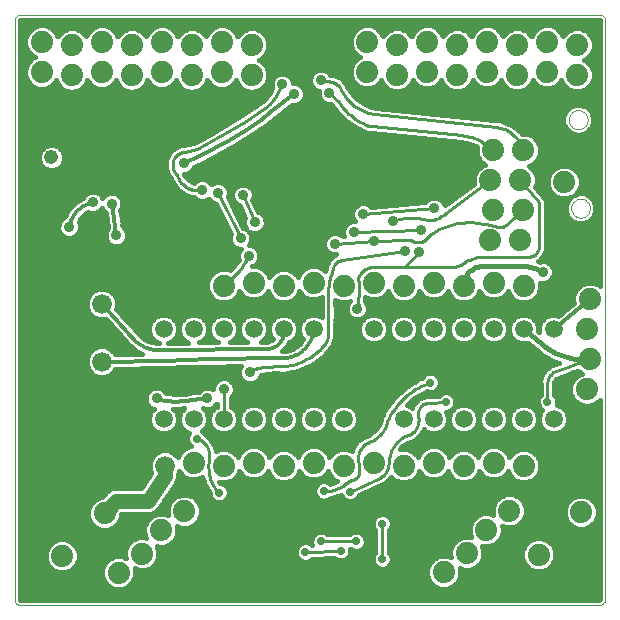
<source format=gbl>
G75*
G70*
%OFA0B0*%
%FSLAX24Y24*%
%IPPOS*%
%LPD*%
%AMOC8*
5,1,8,0,0,1.08239X$1,22.5*
%
%ADD10C,0.0000*%
%ADD11C,0.0591*%
%ADD12C,0.0660*%
%ADD13C,0.0740*%
%ADD14C,0.0050*%
%ADD15C,0.0436*%
%ADD16C,0.0476*%
%ADD17C,0.0120*%
%ADD18C,0.0160*%
%ADD19C,0.0356*%
%ADD20C,0.0277*%
%ADD21C,0.0500*%
%ADD22C,0.0100*%
D10*
X002348Y003185D02*
X021596Y003185D01*
X021596Y003184D02*
X021625Y003181D01*
X021654Y003182D01*
X021683Y003186D01*
X021711Y003193D01*
X021739Y003204D01*
X021764Y003218D01*
X021788Y003235D01*
X021810Y003255D01*
X021829Y003278D01*
X021845Y003302D01*
X021858Y003328D01*
X021868Y003356D01*
X021875Y003385D01*
X021874Y003385D02*
X021872Y022751D01*
X021872Y022752D02*
X021754Y022870D01*
X002306Y022870D01*
X002305Y022870D02*
X002187Y022752D01*
X002187Y022751D02*
X002187Y003394D01*
X002188Y003394D02*
X002186Y003370D01*
X002187Y003345D01*
X002192Y003321D01*
X002199Y003298D01*
X002210Y003276D01*
X002224Y003255D01*
X002240Y003237D01*
X002258Y003221D01*
X002279Y003207D01*
X002301Y003197D01*
X002324Y003189D01*
X002348Y003185D01*
X020652Y019366D02*
X020654Y019401D01*
X020660Y019436D01*
X020670Y019470D01*
X020683Y019503D01*
X020700Y019534D01*
X020721Y019562D01*
X020744Y019589D01*
X020771Y019612D01*
X020799Y019633D01*
X020830Y019650D01*
X020863Y019663D01*
X020897Y019673D01*
X020932Y019679D01*
X020967Y019681D01*
X021002Y019679D01*
X021037Y019673D01*
X021071Y019663D01*
X021104Y019650D01*
X021135Y019633D01*
X021163Y019612D01*
X021190Y019589D01*
X021213Y019562D01*
X021234Y019534D01*
X021251Y019503D01*
X021264Y019470D01*
X021274Y019436D01*
X021280Y019401D01*
X021282Y019366D01*
X021280Y019331D01*
X021274Y019296D01*
X021264Y019262D01*
X021251Y019229D01*
X021234Y019198D01*
X021213Y019170D01*
X021190Y019143D01*
X021163Y019120D01*
X021135Y019099D01*
X021104Y019082D01*
X021071Y019069D01*
X021037Y019059D01*
X021002Y019053D01*
X020967Y019051D01*
X020932Y019053D01*
X020897Y019059D01*
X020863Y019069D01*
X020830Y019082D01*
X020799Y019099D01*
X020771Y019120D01*
X020744Y019143D01*
X020721Y019170D01*
X020700Y019198D01*
X020683Y019229D01*
X020670Y019262D01*
X020660Y019296D01*
X020654Y019331D01*
X020652Y019366D01*
X020730Y016413D02*
X020732Y016448D01*
X020738Y016483D01*
X020748Y016517D01*
X020761Y016550D01*
X020778Y016581D01*
X020799Y016609D01*
X020822Y016636D01*
X020849Y016659D01*
X020877Y016680D01*
X020908Y016697D01*
X020941Y016710D01*
X020975Y016720D01*
X021010Y016726D01*
X021045Y016728D01*
X021080Y016726D01*
X021115Y016720D01*
X021149Y016710D01*
X021182Y016697D01*
X021213Y016680D01*
X021241Y016659D01*
X021268Y016636D01*
X021291Y016609D01*
X021312Y016581D01*
X021329Y016550D01*
X021342Y016517D01*
X021352Y016483D01*
X021358Y016448D01*
X021360Y016413D01*
X021358Y016378D01*
X021352Y016343D01*
X021342Y016309D01*
X021329Y016276D01*
X021312Y016245D01*
X021291Y016217D01*
X021268Y016190D01*
X021241Y016167D01*
X021213Y016146D01*
X021182Y016129D01*
X021149Y016116D01*
X021115Y016106D01*
X021080Y016100D01*
X021045Y016098D01*
X021010Y016100D01*
X020975Y016106D01*
X020941Y016116D01*
X020908Y016129D01*
X020877Y016146D01*
X020849Y016167D01*
X020822Y016190D01*
X020799Y016217D01*
X020778Y016245D01*
X020761Y016276D01*
X020748Y016309D01*
X020738Y016343D01*
X020732Y016378D01*
X020730Y016413D01*
D11*
X020145Y012381D03*
X019145Y012381D03*
X018145Y012381D03*
X017145Y012381D03*
X016145Y012381D03*
X015145Y012381D03*
X014145Y012381D03*
X013145Y012381D03*
X012145Y012381D03*
X011145Y012381D03*
X010145Y012381D03*
X009145Y012381D03*
X008145Y012381D03*
X007145Y012381D03*
X007145Y009381D03*
X008145Y009381D03*
X009145Y009381D03*
X010145Y009381D03*
X011145Y009381D03*
X012145Y009381D03*
X013145Y009381D03*
X014145Y009381D03*
X015145Y009381D03*
X016145Y009381D03*
X017145Y009381D03*
X018145Y009381D03*
X019145Y009381D03*
X020145Y009381D03*
D12*
X007187Y007831D03*
X005087Y011299D03*
X005087Y013220D03*
D13*
X008145Y013931D03*
X009145Y013831D03*
X010145Y013931D03*
X011145Y013831D03*
X012145Y013931D03*
X013145Y013831D03*
X014145Y013931D03*
X015145Y013831D03*
X016145Y013931D03*
X017145Y013831D03*
X018145Y013931D03*
X019145Y013831D03*
X019041Y015342D03*
X018040Y015342D03*
X018140Y016342D03*
X019141Y016342D03*
X019041Y017342D03*
X018040Y017342D03*
X018140Y018342D03*
X019141Y018342D03*
X020495Y018429D03*
X020495Y017289D03*
X020930Y020857D03*
X019930Y020957D03*
X019935Y021959D03*
X020935Y021859D03*
X018935Y021859D03*
X017935Y021959D03*
X017930Y020957D03*
X016930Y020857D03*
X015930Y020957D03*
X015935Y021959D03*
X016935Y021859D03*
X014935Y021859D03*
X013935Y021959D03*
X013930Y020957D03*
X014930Y020857D03*
X018930Y020857D03*
X021358Y013381D03*
X021258Y012381D03*
X021358Y011381D03*
X021258Y010381D03*
X021358Y009381D03*
X021258Y008381D03*
X019145Y007831D03*
X018145Y007931D03*
X017145Y007831D03*
X016145Y007931D03*
X015145Y007831D03*
X014145Y007931D03*
X013145Y007831D03*
X012145Y007931D03*
X011145Y007831D03*
X010145Y007931D03*
X009145Y007831D03*
X008145Y007931D03*
X007836Y006315D03*
X007058Y005679D03*
X006422Y004901D03*
X005644Y004265D03*
X004399Y005602D03*
X003763Y004825D03*
X002985Y004188D03*
X005177Y006239D03*
X016480Y004278D03*
X017258Y004915D03*
X017895Y005693D03*
X018672Y006329D03*
X020287Y005646D03*
X019650Y004869D03*
X018872Y004232D03*
X021064Y006283D03*
X010086Y020855D03*
X009086Y020955D03*
X008086Y020855D03*
X007086Y020955D03*
X007089Y021959D03*
X008089Y021859D03*
X009089Y021959D03*
X010089Y021859D03*
X006089Y021859D03*
X005089Y021959D03*
X004089Y021859D03*
X003089Y021959D03*
X003086Y020955D03*
X004086Y020855D03*
X005086Y020955D03*
X006086Y020855D03*
D14*
X011439Y019878D02*
X011439Y016295D01*
X011439Y016256D01*
X012620Y016256D01*
X012620Y019878D01*
X011439Y019878D01*
X011439Y019835D02*
X012620Y019835D01*
X012620Y019787D02*
X011439Y019787D01*
X011439Y019738D02*
X012620Y019738D01*
X012620Y019690D02*
X011439Y019690D01*
X011439Y019641D02*
X012620Y019641D01*
X012620Y019593D02*
X011439Y019593D01*
X011439Y019544D02*
X012620Y019544D01*
X012620Y019495D02*
X011439Y019495D01*
X011439Y019447D02*
X012620Y019447D01*
X012620Y019398D02*
X011439Y019398D01*
X011439Y019350D02*
X012620Y019350D01*
X012620Y019301D02*
X011439Y019301D01*
X011439Y019253D02*
X012620Y019253D01*
X012620Y019204D02*
X011439Y019204D01*
X011439Y019156D02*
X012620Y019156D01*
X012620Y019107D02*
X011439Y019107D01*
X011439Y019059D02*
X012620Y019059D01*
X012620Y019010D02*
X011439Y019010D01*
X011439Y018961D02*
X012620Y018961D01*
X012620Y018913D02*
X011439Y018913D01*
X011439Y018864D02*
X012620Y018864D01*
X012620Y018816D02*
X011439Y018816D01*
X011439Y018767D02*
X012620Y018767D01*
X012620Y018719D02*
X011439Y018719D01*
X011439Y018670D02*
X012620Y018670D01*
X012620Y018622D02*
X011439Y018622D01*
X011439Y018573D02*
X012620Y018573D01*
X012620Y018525D02*
X011439Y018525D01*
X011439Y018476D02*
X012620Y018476D01*
X012620Y018427D02*
X011439Y018427D01*
X011439Y018379D02*
X012620Y018379D01*
X012620Y018330D02*
X011439Y018330D01*
X011439Y018282D02*
X012620Y018282D01*
X012620Y018233D02*
X011439Y018233D01*
X011439Y018185D02*
X012620Y018185D01*
X012620Y018136D02*
X011439Y018136D01*
X011439Y018088D02*
X012620Y018088D01*
X012620Y018039D02*
X011439Y018039D01*
X011439Y017991D02*
X012620Y017991D01*
X012620Y017942D02*
X011439Y017942D01*
X011439Y017894D02*
X012620Y017894D01*
X012620Y017845D02*
X011439Y017845D01*
X011439Y017796D02*
X012620Y017796D01*
X012620Y017748D02*
X011439Y017748D01*
X011439Y017699D02*
X012620Y017699D01*
X012620Y017651D02*
X011439Y017651D01*
X011439Y017602D02*
X012620Y017602D01*
X012620Y017554D02*
X011439Y017554D01*
X011439Y017505D02*
X012620Y017505D01*
X012620Y017457D02*
X011439Y017457D01*
X011439Y017408D02*
X012620Y017408D01*
X012620Y017360D02*
X011439Y017360D01*
X011439Y017311D02*
X012620Y017311D01*
X012620Y017262D02*
X011439Y017262D01*
X011439Y017214D02*
X012620Y017214D01*
X012620Y017165D02*
X011439Y017165D01*
X011439Y017117D02*
X012620Y017117D01*
X012620Y017068D02*
X011439Y017068D01*
X011439Y017020D02*
X012620Y017020D01*
X012620Y016971D02*
X011439Y016971D01*
X011439Y016923D02*
X012620Y016923D01*
X012620Y016874D02*
X011439Y016874D01*
X011439Y016826D02*
X012620Y016826D01*
X012620Y016777D02*
X011439Y016777D01*
X011439Y016728D02*
X012620Y016728D01*
X012620Y016680D02*
X011439Y016680D01*
X011439Y016631D02*
X012620Y016631D01*
X012620Y016583D02*
X011439Y016583D01*
X011439Y016534D02*
X012620Y016534D01*
X012620Y016486D02*
X011439Y016486D01*
X011439Y016437D02*
X012620Y016437D01*
X012620Y016389D02*
X011439Y016389D01*
X011439Y016340D02*
X012620Y016340D01*
X012620Y016292D02*
X011439Y016292D01*
D15*
X011793Y016610D03*
X012266Y016964D03*
X011793Y017358D03*
X012266Y017752D03*
X011793Y018224D03*
X012266Y018618D03*
X011793Y019051D03*
X012266Y019484D03*
D16*
X004195Y018106D03*
X003408Y018106D03*
D17*
X004786Y016610D02*
X004727Y016596D01*
X004669Y016577D01*
X004613Y016556D01*
X004557Y016531D01*
X004504Y016503D01*
X004452Y016472D01*
X004402Y016437D01*
X004354Y016400D01*
X004308Y016360D01*
X004265Y016317D01*
X004225Y016272D01*
X004187Y016225D01*
X004152Y016175D01*
X004121Y016124D01*
X004092Y016070D01*
X004066Y016015D01*
X004044Y015959D01*
X004025Y015901D01*
X004010Y015843D01*
X003998Y015783D01*
X005087Y013220D02*
X006242Y011964D01*
X007108Y011689D02*
X010612Y011728D01*
X011124Y011413D02*
X008644Y011374D01*
X007896Y009996D02*
X007806Y009982D01*
X007716Y009972D01*
X007625Y009966D01*
X007535Y009965D01*
X007444Y009968D01*
X007353Y009975D01*
X007263Y009987D01*
X007174Y010003D01*
X007085Y010022D01*
X006998Y010047D01*
X006912Y010075D01*
X007187Y011334D02*
X005087Y011299D01*
X006242Y011964D02*
X006290Y011924D01*
X006340Y011886D01*
X006392Y011851D01*
X006446Y011819D01*
X006501Y011791D01*
X006558Y011765D01*
X006616Y011743D01*
X006676Y011724D01*
X006736Y011708D01*
X006798Y011696D01*
X006859Y011688D01*
X006922Y011683D01*
X006984Y011681D01*
X007047Y011683D01*
X007109Y011688D01*
X010612Y011729D02*
X010658Y011731D01*
X010703Y011738D01*
X010748Y011748D01*
X010791Y011761D01*
X010834Y011778D01*
X010874Y011799D01*
X010913Y011823D01*
X010950Y011850D01*
X010984Y011880D01*
X011016Y011913D01*
X011045Y011949D01*
X011071Y011986D01*
X011093Y012026D01*
X011112Y012068D01*
X011128Y012110D01*
X011140Y012154D01*
X011148Y012199D01*
X011153Y012245D01*
X011154Y012290D01*
X011151Y012336D01*
X011144Y012381D01*
X011124Y011413D02*
X011186Y011416D01*
X011248Y011422D01*
X011308Y011433D01*
X011369Y011446D01*
X011428Y011463D01*
X011486Y011484D01*
X011543Y011508D01*
X011598Y011536D01*
X011652Y011567D01*
X011703Y011601D01*
X011753Y011637D01*
X011800Y011677D01*
X011845Y011720D01*
X011887Y011765D01*
X011927Y011812D01*
X011963Y011862D01*
X011997Y011914D01*
X012027Y011968D01*
X012054Y012023D01*
X012078Y012080D01*
X012099Y012138D01*
X012115Y012198D01*
X012129Y012258D01*
X012138Y012319D01*
X012145Y012380D01*
X020145Y012381D02*
X021358Y013381D01*
X011494Y020217D02*
X010809Y019681D01*
X010344Y019332D01*
X009864Y019005D01*
X009370Y018698D01*
X008864Y018413D01*
X008346Y018150D01*
X007817Y017909D01*
X005415Y016571D02*
X005503Y016041D01*
X005573Y015508D01*
X007895Y009996D02*
X008130Y010033D01*
X008367Y010059D01*
X008604Y010075D01*
X008643Y011374D02*
X007915Y011366D01*
X007187Y011334D01*
D18*
X007196Y011095D02*
X007239Y011095D01*
X007242Y011097D01*
X007922Y011126D01*
X008599Y011133D01*
X008600Y011133D01*
X008644Y011134D01*
X008690Y011134D01*
X008693Y011135D01*
X009726Y011151D01*
X009718Y011144D01*
X009664Y011012D01*
X009664Y010870D01*
X009718Y010738D01*
X009819Y010637D01*
X009950Y010583D01*
X010093Y010583D01*
X010225Y010637D01*
X010325Y010738D01*
X010380Y010870D01*
X010611Y010875D01*
X010898Y010913D01*
X011131Y010904D01*
X011131Y010904D01*
X011628Y010999D01*
X012091Y011201D01*
X012497Y011502D01*
X012599Y011621D01*
X012599Y011621D01*
X012662Y011693D01*
X012662Y011694D01*
X012724Y011766D01*
X012761Y011809D01*
X012868Y012093D01*
X012869Y012150D01*
X012870Y012245D01*
X012879Y012966D01*
X012874Y013348D01*
X013035Y013281D01*
X013254Y013281D01*
X013353Y013322D01*
X013301Y013270D01*
X013246Y013138D01*
X013246Y012996D01*
X013301Y012864D01*
X013402Y012763D01*
X013533Y012709D01*
X013676Y012709D01*
X013807Y012763D01*
X013908Y012864D01*
X013962Y012996D01*
X013962Y013138D01*
X013908Y013270D01*
X013869Y013308D01*
X013870Y013320D01*
X013875Y013447D01*
X014035Y013381D01*
X014254Y013381D01*
X014456Y013465D01*
X014611Y013619D01*
X014624Y013651D01*
X014678Y013519D01*
X014833Y013365D01*
X015035Y013281D01*
X015254Y013281D01*
X015456Y013365D01*
X015611Y013519D01*
X015665Y013651D01*
X015678Y013619D01*
X015833Y013465D01*
X016035Y013381D01*
X016254Y013381D01*
X016456Y013465D01*
X016611Y013619D01*
X016624Y013651D01*
X016678Y013519D01*
X016833Y013365D01*
X017035Y013281D01*
X017254Y013281D01*
X017456Y013365D01*
X017611Y013519D01*
X017665Y013651D01*
X017678Y013619D01*
X017833Y013465D01*
X018035Y013381D01*
X018254Y013381D01*
X018456Y013465D01*
X018611Y013619D01*
X018624Y013651D01*
X018678Y013519D01*
X018833Y013365D01*
X019035Y013281D01*
X019254Y013281D01*
X019456Y013365D01*
X019611Y013519D01*
X019695Y013721D01*
X019695Y013937D01*
X019714Y013929D01*
X019857Y013929D01*
X019988Y013984D01*
X020089Y014084D01*
X020144Y014216D01*
X020144Y014358D01*
X020089Y014490D01*
X019988Y014591D01*
X019857Y014645D01*
X019714Y014645D01*
X019686Y014634D01*
X019633Y014653D01*
X019644Y014658D01*
X019808Y014822D01*
X019897Y015037D01*
X019897Y015058D01*
X019897Y015058D01*
X019897Y016524D01*
X019902Y016594D01*
X019897Y016607D01*
X019897Y016627D01*
X019887Y016637D01*
X019864Y016708D01*
X019865Y016726D01*
X019540Y017109D01*
X019591Y017232D01*
X019591Y017451D01*
X019507Y017653D01*
X019353Y017808D01*
X019321Y017821D01*
X019453Y017875D01*
X019607Y018030D01*
X019691Y018232D01*
X019691Y018451D01*
X019607Y018653D01*
X019453Y018808D01*
X019250Y018892D01*
X019105Y018892D01*
X019086Y018920D01*
X018790Y019171D01*
X018790Y019171D01*
X018436Y019330D01*
X018435Y019330D01*
X018332Y019345D01*
X018329Y019349D01*
X018239Y019358D01*
X018149Y019371D01*
X018145Y019368D01*
X014218Y019771D01*
X014072Y019801D01*
X013792Y019914D01*
X013547Y020089D01*
X013350Y020318D01*
X013278Y020441D01*
X013236Y020549D01*
X013236Y020549D01*
X013057Y020744D01*
X012820Y020861D01*
X012698Y020871D01*
X012695Y020877D01*
X012595Y020978D01*
X012463Y021033D01*
X012321Y021033D01*
X012189Y020978D01*
X012088Y020877D01*
X012034Y020746D01*
X012034Y020603D01*
X012088Y020472D01*
X012189Y020371D01*
X012313Y020320D01*
X012311Y020314D01*
X012311Y020172D01*
X012365Y020040D01*
X012466Y019940D01*
X012598Y019885D01*
X012714Y019885D01*
X012810Y019794D01*
X012918Y019632D01*
X013228Y019321D01*
X013594Y019075D01*
X013779Y018997D01*
X013835Y018962D01*
X013835Y018962D01*
X014000Y018914D01*
X014075Y018913D01*
X017062Y018614D01*
X017232Y018586D01*
X017557Y018474D01*
X017591Y018453D01*
X017590Y018452D01*
X017590Y018233D01*
X017674Y018031D01*
X017829Y017876D01*
X017860Y017863D01*
X017729Y017809D01*
X017574Y017654D01*
X017490Y017452D01*
X017490Y017233D01*
X017493Y017226D01*
X016512Y016508D01*
X016467Y016616D01*
X016366Y016717D01*
X016235Y016771D01*
X016092Y016771D01*
X015961Y016717D01*
X015863Y016619D01*
X014056Y016468D01*
X014004Y016520D01*
X013872Y016574D01*
X013730Y016574D01*
X013598Y016520D01*
X013498Y016419D01*
X013443Y016288D01*
X013443Y016145D01*
X013498Y016014D01*
X013527Y015984D01*
X013415Y015984D01*
X013283Y015929D01*
X013183Y015829D01*
X013128Y015697D01*
X013128Y015555D01*
X013159Y015481D01*
X013117Y015478D01*
X013059Y015536D01*
X012928Y015590D01*
X012785Y015590D01*
X012654Y015536D01*
X012553Y015435D01*
X012498Y015303D01*
X012498Y015161D01*
X012553Y015029D01*
X012654Y014929D01*
X012785Y014874D01*
X012901Y014874D01*
X012696Y014739D01*
X012552Y014491D01*
X012552Y014491D01*
X012546Y014389D01*
X012521Y014332D01*
X012456Y014397D01*
X012254Y014481D01*
X012035Y014481D01*
X011833Y014397D01*
X011678Y014242D01*
X011624Y014111D01*
X011611Y014142D01*
X011456Y014297D01*
X011254Y014381D01*
X011035Y014381D01*
X010833Y014297D01*
X010678Y014142D01*
X010665Y014111D01*
X010611Y014242D01*
X010456Y014397D01*
X010254Y014481D01*
X010093Y014481D01*
X010185Y014519D01*
X010286Y014620D01*
X010340Y014751D01*
X010340Y014894D01*
X010286Y015026D01*
X010185Y015126D01*
X010054Y015181D01*
X009982Y015181D01*
X010015Y015214D01*
X010070Y015346D01*
X010070Y015488D01*
X010015Y015620D01*
X010003Y015632D01*
X010116Y015585D01*
X010258Y015585D01*
X010390Y015640D01*
X010491Y015740D01*
X010545Y015872D01*
X010545Y016014D01*
X010491Y016146D01*
X010390Y016247D01*
X010284Y016290D01*
X010109Y016685D01*
X010145Y016772D01*
X010145Y016914D01*
X010091Y017046D01*
X009990Y017147D01*
X009858Y017201D01*
X009716Y017201D01*
X009584Y017147D01*
X009484Y017046D01*
X009429Y016914D01*
X009429Y016772D01*
X009484Y016640D01*
X009584Y016540D01*
X009690Y016496D01*
X009865Y016101D01*
X009829Y016014D01*
X009829Y015872D01*
X009884Y015740D01*
X009896Y015728D01*
X009792Y015771D01*
X009287Y016782D01*
X009317Y016854D01*
X009317Y016996D01*
X009262Y017128D01*
X009162Y017229D01*
X009030Y017283D01*
X008887Y017283D01*
X008756Y017229D01*
X008733Y017206D01*
X008727Y017222D01*
X008626Y017322D01*
X008495Y017377D01*
X008352Y017377D01*
X008220Y017322D01*
X008162Y017264D01*
X008110Y017274D01*
X007953Y017373D01*
X007842Y017520D01*
X007830Y017551D01*
X007888Y017551D01*
X008020Y017606D01*
X008121Y017706D01*
X008157Y017794D01*
X008456Y017922D01*
X009499Y018481D01*
X010491Y019127D01*
X010957Y019492D01*
X010966Y019499D01*
X011426Y019859D01*
X011565Y019859D01*
X011697Y019914D01*
X011798Y020014D01*
X011852Y020146D01*
X011852Y020288D01*
X011798Y020420D01*
X011697Y020521D01*
X011565Y020575D01*
X011460Y020575D01*
X011460Y020614D01*
X011406Y020746D01*
X011305Y020847D01*
X011173Y020901D01*
X011031Y020901D01*
X010899Y020847D01*
X010798Y020746D01*
X010744Y020614D01*
X010744Y020472D01*
X010768Y020413D01*
X010686Y020264D01*
X010629Y020173D01*
X010486Y020015D01*
X010402Y019949D01*
X010401Y019947D01*
X009855Y019581D01*
X008725Y018899D01*
X008168Y018599D01*
X008009Y018562D01*
X007824Y018531D01*
X007787Y018525D01*
X007711Y018515D01*
X007711Y018515D01*
X007505Y018415D01*
X007340Y018257D01*
X007339Y018257D01*
X007339Y018256D01*
X007326Y018232D01*
X007318Y018229D01*
X007281Y018149D01*
X007239Y018072D01*
X007242Y018064D01*
X007219Y018014D01*
X007215Y017731D01*
X007327Y017470D01*
X007384Y017418D01*
X007416Y017307D01*
X007631Y017022D01*
X007631Y017022D01*
X007631Y017022D01*
X007935Y016831D01*
X008146Y016790D01*
X008220Y016715D01*
X008352Y016661D01*
X008495Y016661D01*
X008496Y016661D02*
X008716Y016661D01*
X008756Y016621D02*
X008879Y016571D01*
X009383Y015560D01*
X009354Y015488D01*
X009354Y015346D01*
X009408Y015214D01*
X009509Y015113D01*
X009641Y015059D01*
X009712Y015059D01*
X009679Y015026D01*
X009624Y014894D01*
X009624Y014751D01*
X009644Y014705D01*
X009623Y014671D01*
X009346Y014343D01*
X009254Y014381D01*
X009035Y014381D01*
X008833Y014297D01*
X008678Y014142D01*
X008595Y013940D01*
X008595Y013721D01*
X008678Y013519D01*
X008833Y013365D01*
X009035Y013281D01*
X009254Y013281D01*
X009456Y013365D01*
X009611Y013519D01*
X009665Y013651D01*
X009678Y013619D01*
X009833Y013465D01*
X010035Y013381D01*
X010254Y013381D01*
X010456Y013465D01*
X010611Y013619D01*
X010624Y013651D01*
X010678Y013519D01*
X010833Y013365D01*
X011035Y013281D01*
X011254Y013281D01*
X011456Y013365D01*
X011611Y013519D01*
X011665Y013651D01*
X011678Y013619D01*
X011833Y013465D01*
X012035Y013381D01*
X012254Y013381D01*
X012411Y013446D01*
X012414Y012966D01*
X012413Y012784D01*
X012239Y012856D01*
X012050Y012856D01*
X011875Y012784D01*
X011742Y012650D01*
X011669Y012475D01*
X011669Y012286D01*
X011742Y012112D01*
X011799Y012054D01*
X011658Y011872D01*
X011464Y011737D01*
X011238Y011664D01*
X011120Y011653D01*
X011090Y011653D01*
X011227Y011771D01*
X011321Y011940D01*
X011414Y011978D01*
X011547Y012112D01*
X011620Y012286D01*
X011620Y012475D01*
X011547Y012650D01*
X011414Y012784D01*
X011239Y012856D01*
X011050Y012856D01*
X010875Y012784D01*
X010742Y012650D01*
X010669Y012475D01*
X010669Y012286D01*
X010742Y012112D01*
X010806Y012048D01*
X010764Y012011D01*
X010663Y011973D01*
X010610Y011968D01*
X010384Y011966D01*
X010414Y011978D01*
X010547Y012112D01*
X010620Y012286D01*
X010620Y012475D01*
X010547Y012650D01*
X010414Y012784D01*
X010239Y012856D01*
X010050Y012856D01*
X009875Y012784D01*
X009742Y012650D01*
X009669Y012475D01*
X009669Y012286D01*
X009742Y012112D01*
X009875Y011978D01*
X009918Y011960D01*
X009356Y011954D01*
X009414Y011978D01*
X009547Y012112D01*
X009620Y012286D01*
X009620Y012475D01*
X009547Y012650D01*
X009414Y012784D01*
X009239Y012856D01*
X009050Y012856D01*
X008875Y012784D01*
X008742Y012650D01*
X008669Y012475D01*
X008669Y012286D01*
X008742Y012112D01*
X008875Y011978D01*
X008944Y011949D01*
X008328Y011942D01*
X008414Y011978D01*
X008547Y012112D01*
X008620Y012286D01*
X008620Y012475D01*
X008547Y012650D01*
X008414Y012784D01*
X008239Y012856D01*
X008050Y012856D01*
X007875Y012784D01*
X007742Y012650D01*
X007669Y012475D01*
X007669Y012286D01*
X007742Y012112D01*
X007875Y011978D01*
X007971Y011938D01*
X007300Y011931D01*
X007414Y011978D01*
X007547Y012112D01*
X007620Y012286D01*
X007620Y012475D01*
X007547Y012650D01*
X007414Y012784D01*
X007239Y012856D01*
X007050Y012856D01*
X006875Y012784D01*
X006742Y012650D01*
X006669Y012475D01*
X006669Y012286D01*
X006742Y012112D01*
X006875Y011978D01*
X007006Y011924D01*
X006959Y011922D01*
X006718Y011962D01*
X006499Y012068D01*
X006408Y012139D01*
X005569Y013051D01*
X005597Y013119D01*
X005597Y013322D01*
X005519Y013509D01*
X005376Y013653D01*
X005189Y013730D01*
X004986Y013730D01*
X004798Y013653D01*
X004655Y013509D01*
X004577Y013322D01*
X004577Y013119D01*
X004655Y012931D01*
X004798Y012788D01*
X004986Y012710D01*
X005189Y012710D01*
X005219Y012723D01*
X006041Y011829D01*
X006046Y011818D01*
X006073Y011794D01*
X006098Y011767D01*
X006109Y011762D01*
X006224Y011658D01*
X006224Y011658D01*
X006424Y011562D01*
X005536Y011547D01*
X005519Y011588D01*
X005376Y011731D01*
X005189Y011809D01*
X004986Y011809D01*
X004798Y011731D01*
X004655Y011588D01*
X004577Y011401D01*
X004577Y011198D01*
X004655Y011010D01*
X004798Y010867D01*
X004986Y010789D01*
X005189Y010789D01*
X005376Y010867D01*
X005519Y011010D01*
X005543Y011067D01*
X007149Y011094D01*
X007153Y011092D01*
X007196Y011095D01*
X007601Y011112D02*
X009705Y011112D01*
X009664Y010954D02*
X005463Y010954D01*
X005203Y010795D02*
X009694Y010795D01*
X009821Y010636D02*
X009406Y010636D01*
X009357Y010686D02*
X009225Y010741D01*
X009083Y010741D01*
X008951Y010686D01*
X008850Y010585D01*
X008796Y010454D01*
X008796Y010383D01*
X008676Y010433D01*
X008533Y010433D01*
X008402Y010378D01*
X008327Y010303D01*
X008221Y010299D01*
X007900Y010241D01*
X007883Y010238D01*
X007853Y010232D01*
X007853Y010232D01*
X007636Y010207D01*
X007231Y010239D01*
X007215Y010277D01*
X007114Y010378D01*
X006983Y010433D01*
X006840Y010433D01*
X006709Y010378D01*
X006608Y010277D01*
X006553Y010146D01*
X006553Y010003D01*
X006608Y009872D01*
X006709Y009771D01*
X006817Y009726D01*
X006742Y009650D01*
X006669Y009475D01*
X006669Y009286D01*
X006742Y009112D01*
X006875Y008978D01*
X007050Y008906D01*
X007239Y008906D01*
X007414Y008978D01*
X007547Y009112D01*
X007620Y009286D01*
X007620Y009475D01*
X007547Y009650D01*
X007473Y009724D01*
X007661Y009709D01*
X007832Y009740D01*
X007742Y009650D01*
X007669Y009475D01*
X007669Y009286D01*
X007742Y009112D01*
X007875Y008978D01*
X007993Y008929D01*
X007980Y008917D01*
X007931Y008799D01*
X007931Y008673D01*
X007980Y008556D01*
X008054Y008481D01*
X008035Y008481D01*
X007833Y008397D01*
X007678Y008242D01*
X007623Y008110D01*
X007619Y008119D01*
X007476Y008263D01*
X007289Y008341D01*
X007086Y008341D01*
X006898Y008263D01*
X006755Y008119D01*
X006677Y007932D01*
X006677Y007729D01*
X006739Y007579D01*
X006406Y007079D01*
X005623Y007079D01*
X005612Y007083D01*
X005538Y007079D01*
X005463Y007079D01*
X005453Y007075D01*
X005441Y007075D01*
X005374Y007042D01*
X005305Y007014D01*
X005297Y007006D01*
X005287Y007001D01*
X005236Y006945D01*
X005184Y006893D01*
X005180Y006883D01*
X005095Y006789D01*
X005068Y006789D01*
X004866Y006705D01*
X004711Y006550D01*
X004627Y006348D01*
X004627Y006129D01*
X004711Y005927D01*
X004866Y005772D01*
X005068Y005689D01*
X005287Y005689D01*
X005489Y005772D01*
X005643Y005927D01*
X005727Y006129D01*
X005727Y006206D01*
X005739Y006219D01*
X006594Y006219D01*
X006636Y006211D01*
X006678Y006219D01*
X006721Y006219D01*
X006761Y006236D01*
X006804Y006245D01*
X006840Y006269D01*
X006879Y006285D01*
X006910Y006316D01*
X006946Y006340D01*
X006970Y006376D01*
X007000Y006406D01*
X007017Y006446D01*
X007521Y007202D01*
X007552Y007233D01*
X007568Y007273D01*
X007592Y007309D01*
X007601Y007351D01*
X007617Y007391D01*
X007617Y007434D01*
X007625Y007477D01*
X007617Y007519D01*
X007617Y007539D01*
X007619Y007542D01*
X007665Y007652D01*
X007678Y007619D01*
X007833Y007465D01*
X008035Y007381D01*
X008254Y007381D01*
X008442Y007459D01*
X008528Y007184D01*
X008679Y006936D01*
X008679Y006862D01*
X008728Y006744D01*
X008818Y006655D01*
X008935Y006606D01*
X009061Y006606D01*
X009179Y006655D01*
X009268Y006744D01*
X009317Y006862D01*
X009317Y006988D01*
X009268Y007106D01*
X009179Y007195D01*
X009061Y007244D01*
X009039Y007244D01*
X009010Y007292D01*
X009035Y007281D01*
X009254Y007281D01*
X009456Y007365D01*
X009611Y007519D01*
X009665Y007651D01*
X009678Y007619D01*
X009833Y007465D01*
X010035Y007381D01*
X010254Y007381D01*
X010456Y007465D01*
X010611Y007619D01*
X010624Y007651D01*
X010678Y007519D01*
X010833Y007365D01*
X011035Y007281D01*
X011254Y007281D01*
X011456Y007365D01*
X011611Y007519D01*
X011665Y007651D01*
X011678Y007619D01*
X011833Y007465D01*
X012035Y007381D01*
X012254Y007381D01*
X012456Y007465D01*
X012611Y007619D01*
X012624Y007651D01*
X012678Y007519D01*
X012833Y007365D01*
X012927Y007326D01*
X012796Y007260D01*
X012684Y007237D01*
X012663Y007258D01*
X012546Y007307D01*
X012419Y007307D01*
X012302Y007258D01*
X012212Y007169D01*
X012164Y007051D01*
X012164Y006925D01*
X012212Y006807D01*
X012302Y006718D01*
X012419Y006669D01*
X012546Y006669D01*
X012663Y006718D01*
X012711Y006766D01*
X012950Y006816D01*
X013062Y006871D01*
X013098Y006784D01*
X013188Y006694D01*
X013305Y006646D01*
X013432Y006646D01*
X013549Y006694D01*
X013638Y006784D01*
X013667Y006853D01*
X014538Y007271D01*
X014561Y007282D01*
X014561Y007282D01*
X014736Y007451D01*
X014736Y007451D01*
X014740Y007458D01*
X014833Y007365D01*
X015035Y007281D01*
X015254Y007281D01*
X015456Y007365D01*
X015611Y007519D01*
X015665Y007651D01*
X015678Y007619D01*
X015833Y007465D01*
X016035Y007381D01*
X016254Y007381D01*
X016456Y007465D01*
X016611Y007619D01*
X016624Y007651D01*
X016678Y007519D01*
X016833Y007365D01*
X017035Y007281D01*
X017254Y007281D01*
X017456Y007365D01*
X017611Y007519D01*
X017665Y007651D01*
X017678Y007619D01*
X017833Y007465D01*
X018035Y007381D01*
X018254Y007381D01*
X018456Y007465D01*
X018611Y007619D01*
X018624Y007651D01*
X018678Y007519D01*
X018833Y007365D01*
X019035Y007281D01*
X019254Y007281D01*
X019456Y007365D01*
X019611Y007519D01*
X019695Y007721D01*
X019695Y007940D01*
X019611Y008142D01*
X019456Y008297D01*
X019254Y008381D01*
X019035Y008381D01*
X018833Y008297D01*
X018678Y008142D01*
X018665Y008111D01*
X018611Y008242D01*
X018456Y008397D01*
X018254Y008481D01*
X018035Y008481D01*
X017833Y008397D01*
X017678Y008242D01*
X017624Y008111D01*
X017611Y008142D01*
X017456Y008297D01*
X017254Y008381D01*
X017035Y008381D01*
X016833Y008297D01*
X016678Y008142D01*
X016665Y008111D01*
X016611Y008242D01*
X016456Y008397D01*
X016254Y008481D01*
X016035Y008481D01*
X015833Y008397D01*
X015678Y008242D01*
X015624Y008111D01*
X015611Y008142D01*
X015456Y008297D01*
X015254Y008381D01*
X015037Y008381D01*
X015109Y008474D01*
X015277Y008596D01*
X015373Y008637D01*
X015463Y008668D01*
X015463Y008668D01*
X015515Y008686D01*
X015738Y008887D01*
X015811Y009042D01*
X015875Y008978D01*
X016050Y008906D01*
X016239Y008906D01*
X016414Y008978D01*
X016547Y009112D01*
X016620Y009286D01*
X016620Y009475D01*
X016553Y009638D01*
X016621Y009638D01*
X016738Y009686D01*
X016827Y009776D01*
X016876Y009893D01*
X016876Y010020D01*
X016827Y010137D01*
X016738Y010227D01*
X016621Y010275D01*
X016494Y010275D01*
X016377Y010227D01*
X016320Y010170D01*
X016008Y010148D01*
X015892Y010158D01*
X015642Y010060D01*
X015641Y010060D01*
X015460Y009862D01*
X015460Y009861D01*
X015432Y009765D01*
X015414Y009784D01*
X015252Y009851D01*
X015510Y010083D01*
X015898Y010304D01*
X015911Y010310D01*
X015974Y010283D01*
X016101Y010283D01*
X016218Y010332D01*
X016308Y010422D01*
X016356Y010539D01*
X016356Y010666D01*
X016308Y010783D01*
X016218Y010872D01*
X016101Y010921D01*
X015974Y010921D01*
X015857Y010872D01*
X015767Y010783D01*
X015756Y010755D01*
X015707Y010739D01*
X015232Y010468D01*
X014826Y010102D01*
X014826Y010102D01*
X014826Y010102D01*
X014506Y009657D01*
X014427Y009474D01*
X014408Y009462D01*
X014390Y009388D01*
X014359Y009319D01*
X014364Y009307D01*
X014346Y009252D01*
X014214Y009043D01*
X014023Y008886D01*
X013912Y008833D01*
X013912Y008833D01*
X013784Y008783D01*
X013576Y008606D01*
X013576Y008606D01*
X013438Y008369D01*
X013427Y008309D01*
X013254Y008381D01*
X013035Y008381D01*
X012833Y008297D01*
X012678Y008142D01*
X012665Y008111D01*
X012611Y008242D01*
X012456Y008397D01*
X012254Y008481D01*
X012035Y008481D01*
X011833Y008397D01*
X011678Y008242D01*
X011624Y008111D01*
X011611Y008142D01*
X011456Y008297D01*
X011254Y008381D01*
X011035Y008381D01*
X010833Y008297D01*
X010678Y008142D01*
X010665Y008111D01*
X010611Y008242D01*
X010456Y008397D01*
X010254Y008481D01*
X010035Y008481D01*
X009833Y008397D01*
X009678Y008242D01*
X009624Y008111D01*
X009611Y008142D01*
X009456Y008297D01*
X009254Y008381D01*
X009035Y008381D01*
X008892Y008322D01*
X008869Y008461D01*
X008709Y008727D01*
X008709Y008727D01*
X008709Y008727D01*
X008548Y008849D01*
X008520Y008917D01*
X008436Y009001D01*
X008547Y009112D01*
X008620Y009286D01*
X008620Y009475D01*
X008547Y009650D01*
X008444Y009753D01*
X008533Y009717D01*
X008676Y009717D01*
X008807Y009771D01*
X008908Y009872D01*
X008919Y009900D01*
X008919Y009802D01*
X008875Y009784D01*
X008742Y009650D01*
X008669Y009475D01*
X008669Y009286D01*
X008742Y009112D01*
X008875Y008978D01*
X009050Y008906D01*
X009239Y008906D01*
X009414Y008978D01*
X009547Y009112D01*
X009620Y009286D01*
X009620Y009475D01*
X009547Y009650D01*
X009414Y009784D01*
X009378Y009798D01*
X009381Y010103D01*
X009458Y010180D01*
X009512Y010311D01*
X009512Y010454D01*
X009458Y010585D01*
X009357Y010686D01*
X009502Y010478D02*
X015250Y010478D01*
X015232Y010468D02*
X015232Y010468D01*
X015067Y010319D02*
X009512Y010319D01*
X009439Y010161D02*
X014891Y010161D01*
X014754Y010002D02*
X009380Y010002D01*
X009379Y009844D02*
X010020Y009844D01*
X010050Y009856D02*
X009875Y009784D01*
X009742Y009650D01*
X009669Y009475D01*
X009669Y009286D01*
X009742Y009112D01*
X009875Y008978D01*
X010050Y008906D01*
X010239Y008906D01*
X010414Y008978D01*
X010547Y009112D01*
X010620Y009286D01*
X010620Y009475D01*
X010547Y009650D01*
X010414Y009784D01*
X010239Y009856D01*
X010050Y009856D01*
X010269Y009844D02*
X011020Y009844D01*
X011050Y009856D02*
X010875Y009784D01*
X010742Y009650D01*
X010669Y009475D01*
X010669Y009286D01*
X010742Y009112D01*
X010875Y008978D01*
X011050Y008906D01*
X011239Y008906D01*
X011414Y008978D01*
X011547Y009112D01*
X011620Y009286D01*
X011620Y009475D01*
X011547Y009650D01*
X011414Y009784D01*
X011239Y009856D01*
X011050Y009856D01*
X011269Y009844D02*
X012020Y009844D01*
X012050Y009856D02*
X011875Y009784D01*
X011742Y009650D01*
X011669Y009475D01*
X011669Y009286D01*
X011742Y009112D01*
X011875Y008978D01*
X012050Y008906D01*
X012239Y008906D01*
X012414Y008978D01*
X012547Y009112D01*
X012620Y009286D01*
X012620Y009475D01*
X012547Y009650D01*
X012414Y009784D01*
X012239Y009856D01*
X012050Y009856D01*
X012269Y009844D02*
X013020Y009844D01*
X013050Y009856D02*
X012875Y009784D01*
X012742Y009650D01*
X012669Y009475D01*
X012669Y009286D01*
X012742Y009112D01*
X012875Y008978D01*
X013050Y008906D01*
X013239Y008906D01*
X013414Y008978D01*
X013547Y009112D01*
X013620Y009286D01*
X013620Y009475D01*
X013547Y009650D01*
X013414Y009784D01*
X013239Y009856D01*
X013050Y009856D01*
X013269Y009844D02*
X014640Y009844D01*
X014526Y009685D02*
X013512Y009685D01*
X013599Y009527D02*
X014450Y009527D01*
X014506Y009657D02*
X014506Y009657D01*
X014381Y009368D02*
X013620Y009368D01*
X013588Y009210D02*
X014319Y009210D01*
X014219Y009051D02*
X013487Y009051D01*
X013726Y008734D02*
X008699Y008734D01*
X008800Y008575D02*
X013558Y008575D01*
X013576Y008606D02*
X013576Y008606D01*
X013466Y008417D02*
X012409Y008417D01*
X012595Y008258D02*
X012794Y008258D01*
X013438Y008369D02*
X013438Y008369D01*
X013784Y008783D02*
X013784Y008783D01*
X014031Y008892D02*
X008530Y008892D01*
X008487Y009051D02*
X008802Y009051D01*
X008701Y009210D02*
X008588Y009210D01*
X008620Y009368D02*
X008669Y009368D01*
X008691Y009527D02*
X008599Y009527D01*
X008512Y009685D02*
X008777Y009685D01*
X008880Y009844D02*
X008919Y009844D01*
X009512Y009685D02*
X009777Y009685D01*
X009691Y009527D02*
X009599Y009527D01*
X009620Y009368D02*
X009669Y009368D01*
X009701Y009210D02*
X009588Y009210D01*
X009487Y009051D02*
X009802Y009051D01*
X009880Y008417D02*
X008876Y008417D01*
X008869Y008461D02*
X008869Y008461D01*
X009495Y008258D02*
X009694Y008258D01*
X010409Y008417D02*
X011880Y008417D01*
X011694Y008258D02*
X011495Y008258D01*
X010794Y008258D02*
X010595Y008258D01*
X010613Y007624D02*
X010635Y007624D01*
X010732Y007466D02*
X010457Y007466D01*
X010972Y007307D02*
X009317Y007307D01*
X009225Y007148D02*
X012204Y007148D01*
X012164Y006990D02*
X009316Y006990D01*
X009304Y006831D02*
X012202Y006831D01*
X012410Y006673D02*
X009197Y006673D01*
X008800Y006673D02*
X008256Y006673D01*
X008302Y006627D02*
X008148Y006782D01*
X007945Y006865D01*
X007727Y006865D01*
X007524Y006782D01*
X007370Y006627D01*
X007286Y006425D01*
X007286Y006206D01*
X007299Y006174D01*
X007168Y006229D01*
X006949Y006229D01*
X006747Y006145D01*
X006592Y005991D01*
X006508Y005788D01*
X006508Y005570D01*
X006563Y005438D01*
X006531Y005451D01*
X006312Y005451D01*
X006110Y005367D01*
X005956Y005213D01*
X005872Y005011D01*
X005872Y004792D01*
X005885Y004760D01*
X005753Y004815D01*
X005535Y004815D01*
X005332Y004731D01*
X005178Y004576D01*
X005094Y004374D01*
X005094Y004155D01*
X005178Y003953D01*
X005332Y003799D01*
X005535Y003715D01*
X005753Y003715D01*
X005956Y003799D01*
X006110Y003953D01*
X006194Y004155D01*
X006194Y004374D01*
X006181Y004406D01*
X006312Y004351D01*
X006531Y004351D01*
X006733Y004435D01*
X006888Y004590D01*
X006972Y004792D01*
X006972Y005011D01*
X006917Y005142D01*
X006949Y005129D01*
X007168Y005129D01*
X007370Y005213D01*
X007524Y005367D01*
X007608Y005570D01*
X007608Y005788D01*
X007595Y005820D01*
X007727Y005765D01*
X007945Y005765D01*
X008148Y005849D01*
X008302Y006004D01*
X008386Y006206D01*
X008386Y006425D01*
X008302Y006627D01*
X008349Y006514D02*
X018154Y006514D01*
X018122Y006438D02*
X018206Y006641D01*
X018361Y006795D01*
X018563Y006879D01*
X018782Y006879D01*
X018984Y006795D01*
X019139Y006641D01*
X019222Y006438D01*
X019222Y006220D01*
X019139Y006017D01*
X018984Y005863D01*
X018782Y005779D01*
X018563Y005779D01*
X018431Y005834D01*
X018445Y005802D01*
X018445Y005583D01*
X018361Y005381D01*
X018206Y005226D01*
X018004Y005143D01*
X017785Y005143D01*
X017754Y005156D01*
X017808Y005024D01*
X017808Y004805D01*
X017724Y004603D01*
X017570Y004449D01*
X017368Y004365D01*
X017149Y004365D01*
X017017Y004419D01*
X017030Y004388D01*
X017030Y004169D01*
X016947Y003967D01*
X016792Y003812D01*
X016590Y003728D01*
X016371Y003728D01*
X016169Y003812D01*
X016014Y003967D01*
X015930Y004169D01*
X015930Y004388D01*
X016014Y004590D01*
X016169Y004745D01*
X016371Y004828D01*
X016590Y004828D01*
X016721Y004774D01*
X016708Y004805D01*
X016708Y005024D01*
X016792Y005226D01*
X016947Y005381D01*
X017149Y005465D01*
X017368Y005465D01*
X017399Y005452D01*
X017345Y005583D01*
X017345Y005802D01*
X017428Y006004D01*
X017583Y006159D01*
X017785Y006243D01*
X018004Y006243D01*
X018136Y006188D01*
X018122Y006220D01*
X018122Y006438D01*
X018122Y006356D02*
X008386Y006356D01*
X008382Y006197D02*
X014312Y006197D01*
X014368Y006220D02*
X014251Y006172D01*
X014161Y006082D01*
X014112Y005965D01*
X014112Y005838D01*
X014161Y005721D01*
X014201Y005681D01*
X014201Y004941D01*
X014161Y004901D01*
X014112Y004784D01*
X014112Y004657D01*
X014161Y004540D01*
X014251Y004450D01*
X014368Y004402D01*
X014495Y004402D01*
X014612Y004450D01*
X014701Y004540D01*
X014750Y004657D01*
X014750Y004784D01*
X014701Y004901D01*
X014661Y004941D01*
X014661Y005681D01*
X014701Y005721D01*
X014750Y005838D01*
X014750Y005965D01*
X014701Y006082D01*
X014612Y006172D01*
X014495Y006220D01*
X014368Y006220D01*
X014550Y006197D02*
X017676Y006197D01*
X017463Y006039D02*
X014719Y006039D01*
X014750Y005880D02*
X017377Y005880D01*
X017345Y005722D02*
X014702Y005722D01*
X014661Y005563D02*
X017353Y005563D01*
X017003Y005404D02*
X014661Y005404D01*
X014661Y005246D02*
X016812Y005246D01*
X016734Y005087D02*
X014661Y005087D01*
X014673Y004929D02*
X016708Y004929D01*
X016231Y004770D02*
X014750Y004770D01*
X014731Y004612D02*
X016036Y004612D01*
X015958Y004453D02*
X014615Y004453D01*
X014247Y004453D02*
X006752Y004453D01*
X006897Y004612D02*
X014131Y004612D01*
X014112Y004770D02*
X013278Y004770D01*
X013234Y004726D02*
X013323Y004815D01*
X013372Y004932D01*
X013372Y005053D01*
X013384Y005041D01*
X013502Y004992D01*
X013628Y004992D01*
X013746Y005041D01*
X013835Y005130D01*
X013884Y005247D01*
X013884Y005374D01*
X013835Y005491D01*
X013746Y005581D01*
X013628Y005630D01*
X013502Y005630D01*
X013384Y005581D01*
X013344Y005541D01*
X012605Y005541D01*
X012564Y005581D01*
X012447Y005630D01*
X012321Y005630D01*
X012203Y005581D01*
X012114Y005491D01*
X012065Y005374D01*
X012065Y005247D01*
X012087Y005194D01*
X012086Y005194D01*
X012053Y005227D01*
X011936Y005275D01*
X011809Y005275D01*
X011692Y005227D01*
X011602Y005137D01*
X011553Y005020D01*
X011553Y004893D01*
X011602Y004776D01*
X011692Y004686D01*
X011809Y004638D01*
X011936Y004638D01*
X012053Y004686D01*
X012100Y004734D01*
X012840Y004759D01*
X012873Y004726D01*
X012990Y004677D01*
X013117Y004677D01*
X013234Y004726D01*
X013370Y004929D02*
X014189Y004929D01*
X014201Y005087D02*
X013792Y005087D01*
X013883Y005246D02*
X014201Y005246D01*
X014201Y005404D02*
X013871Y005404D01*
X013764Y005563D02*
X014201Y005563D01*
X014161Y005722D02*
X007608Y005722D01*
X007605Y005563D02*
X012185Y005563D01*
X012078Y005404D02*
X007540Y005404D01*
X007403Y005246D02*
X011738Y005246D01*
X011581Y005087D02*
X006940Y005087D01*
X006972Y004929D02*
X011553Y004929D01*
X011608Y004770D02*
X006963Y004770D01*
X006194Y004295D02*
X015930Y004295D01*
X015944Y004136D02*
X006186Y004136D01*
X006120Y003978D02*
X016010Y003978D01*
X016162Y003819D02*
X005976Y003819D01*
X005312Y003819D02*
X002367Y003819D01*
X002367Y003661D02*
X021694Y003661D01*
X021694Y003819D02*
X016799Y003819D01*
X016951Y003978D02*
X021694Y003978D01*
X021694Y004136D02*
X017017Y004136D01*
X017030Y004295D02*
X021694Y004295D01*
X021694Y004453D02*
X020013Y004453D01*
X019962Y004402D02*
X020116Y004557D01*
X020200Y004759D01*
X020200Y004978D01*
X020116Y005180D01*
X019962Y005335D01*
X019760Y005419D01*
X019541Y005419D01*
X019339Y005335D01*
X019184Y005180D01*
X019100Y004978D01*
X019100Y004759D01*
X019184Y004557D01*
X019339Y004402D01*
X019541Y004319D01*
X019760Y004319D01*
X019962Y004402D01*
X020139Y004612D02*
X021694Y004612D01*
X021694Y004770D02*
X020200Y004770D01*
X020200Y004929D02*
X021694Y004929D01*
X021694Y005087D02*
X020155Y005087D01*
X020051Y005246D02*
X021694Y005246D01*
X021694Y005404D02*
X019794Y005404D01*
X019507Y005404D02*
X018371Y005404D01*
X018436Y005563D02*
X021694Y005563D01*
X021694Y005722D02*
X018445Y005722D01*
X018226Y005246D02*
X019250Y005246D01*
X019146Y005087D02*
X017782Y005087D01*
X017808Y004929D02*
X019100Y004929D01*
X019100Y004770D02*
X017794Y004770D01*
X017728Y004612D02*
X019161Y004612D01*
X019288Y004453D02*
X017574Y004453D01*
X019001Y005880D02*
X020689Y005880D01*
X020753Y005817D02*
X020598Y005971D01*
X020514Y006173D01*
X020514Y006392D01*
X020598Y006594D01*
X020753Y006749D01*
X020955Y006833D01*
X021174Y006833D01*
X021376Y006749D01*
X021531Y006594D01*
X021614Y006392D01*
X021614Y006173D01*
X021531Y005971D01*
X021376Y005817D01*
X021174Y005733D01*
X020955Y005733D01*
X020753Y005817D01*
X020570Y006039D02*
X019147Y006039D01*
X019213Y006197D02*
X020514Y006197D01*
X020514Y006356D02*
X019222Y006356D01*
X019191Y006514D02*
X020565Y006514D01*
X020677Y006673D02*
X019106Y006673D01*
X018897Y006831D02*
X020952Y006831D01*
X021177Y006831D02*
X021694Y006831D01*
X021694Y006673D02*
X021452Y006673D01*
X021564Y006514D02*
X021694Y006514D01*
X021694Y006356D02*
X021614Y006356D01*
X021614Y006197D02*
X021694Y006197D01*
X021694Y006039D02*
X021559Y006039D01*
X021440Y005880D02*
X021694Y005880D01*
X021694Y006990D02*
X013953Y006990D01*
X013658Y006831D02*
X018448Y006831D01*
X018238Y006673D02*
X013497Y006673D01*
X013239Y006673D02*
X012554Y006673D01*
X012950Y006816D02*
X012950Y006816D01*
X012981Y006831D02*
X013078Y006831D01*
X012890Y007307D02*
X011317Y007307D01*
X011557Y007466D02*
X011832Y007466D01*
X011676Y007624D02*
X011654Y007624D01*
X012457Y007466D02*
X012732Y007466D01*
X012635Y007624D02*
X012613Y007624D01*
X012487Y009051D02*
X012802Y009051D01*
X012701Y009210D02*
X012588Y009210D01*
X012620Y009368D02*
X012669Y009368D01*
X012691Y009527D02*
X012599Y009527D01*
X012512Y009685D02*
X012777Y009685D01*
X011777Y009685D02*
X011512Y009685D01*
X011599Y009527D02*
X011691Y009527D01*
X011669Y009368D02*
X011620Y009368D01*
X011588Y009210D02*
X011701Y009210D01*
X011802Y009051D02*
X011487Y009051D01*
X010802Y009051D02*
X010487Y009051D01*
X010588Y009210D02*
X010701Y009210D01*
X010669Y009368D02*
X010620Y009368D01*
X010599Y009527D02*
X010691Y009527D01*
X010777Y009685D02*
X010512Y009685D01*
X010223Y010636D02*
X015527Y010636D01*
X015707Y010739D02*
X015707Y010739D01*
X015779Y010795D02*
X010349Y010795D01*
X010380Y010870D02*
X010380Y010870D01*
X010611Y010875D02*
X010611Y010875D01*
X011391Y010954D02*
X019821Y010954D01*
X019765Y010882D02*
X019765Y010882D01*
X019699Y010642D01*
X019713Y010533D01*
X019713Y010177D01*
X019673Y010137D01*
X019624Y010020D01*
X019624Y009893D01*
X019673Y009776D01*
X019762Y009686D01*
X019773Y009682D01*
X019742Y009650D01*
X019669Y009475D01*
X019669Y009286D01*
X019742Y009112D01*
X019875Y008978D01*
X020050Y008906D01*
X020239Y008906D01*
X020414Y008978D01*
X020547Y009112D01*
X020620Y009286D01*
X020620Y009475D01*
X020547Y009650D01*
X020414Y009784D01*
X020245Y009854D01*
X020262Y009893D01*
X020262Y010020D01*
X020213Y010137D01*
X020173Y010177D01*
X020173Y010468D01*
X020183Y010481D01*
X020173Y010561D01*
X020173Y010618D01*
X020187Y010671D01*
X020227Y010722D01*
X020246Y010735D01*
X020822Y010960D01*
X020957Y011005D01*
X021047Y010915D01*
X021078Y010902D01*
X020947Y010847D01*
X020792Y010692D01*
X020708Y010490D01*
X020708Y010271D01*
X020792Y010069D01*
X020947Y009915D01*
X021149Y009831D01*
X021368Y009831D01*
X021570Y009915D01*
X021694Y010038D01*
X021694Y003406D01*
X021692Y003398D01*
X021671Y003373D01*
X021649Y003365D01*
X021610Y003365D01*
X021551Y003375D01*
X021538Y003365D01*
X002367Y003365D01*
X002367Y003380D01*
X002377Y003440D01*
X002367Y003453D01*
X002367Y022677D01*
X002380Y022690D01*
X021679Y022690D01*
X021692Y022677D01*
X021693Y013824D01*
X021670Y013847D01*
X021468Y013931D01*
X021249Y013931D01*
X021047Y013847D01*
X020892Y013692D01*
X020808Y013490D01*
X019582Y013490D01*
X019664Y013649D02*
X020874Y013649D01*
X020808Y013490D02*
X020808Y013271D01*
X020818Y013247D01*
X020309Y012827D01*
X020239Y012856D01*
X020050Y012856D01*
X019875Y012784D01*
X019742Y012650D01*
X019669Y012475D01*
X019669Y012286D01*
X019670Y012285D01*
X019620Y012326D01*
X019620Y012475D01*
X019547Y012650D01*
X019414Y012784D01*
X019239Y012856D01*
X019050Y012856D01*
X018875Y012784D01*
X018742Y012650D01*
X018669Y012475D01*
X018669Y012286D01*
X018742Y012112D01*
X018875Y011978D01*
X019050Y011906D01*
X019239Y011906D01*
X019288Y011926D01*
X019541Y011718D01*
X019541Y011718D01*
X019581Y011685D01*
X019768Y011531D01*
X020194Y011300D01*
X020314Y011263D01*
X020124Y011183D01*
X020108Y011188D01*
X020038Y011147D01*
X019963Y011116D01*
X019957Y011101D01*
X019918Y011079D01*
X019918Y011079D01*
X019918Y011079D01*
X019765Y010882D01*
X019741Y010795D02*
X016295Y010795D01*
X016356Y010636D02*
X019700Y010636D01*
X019699Y010642D02*
X019699Y010642D01*
X019713Y010478D02*
X016331Y010478D01*
X016187Y010319D02*
X019713Y010319D01*
X019696Y010161D02*
X016804Y010161D01*
X016876Y010002D02*
X019624Y010002D01*
X019645Y009844D02*
X019269Y009844D01*
X019239Y009856D02*
X019050Y009856D01*
X018875Y009784D01*
X018742Y009650D01*
X018669Y009475D01*
X018669Y009286D01*
X018742Y009112D01*
X018875Y008978D01*
X019050Y008906D01*
X019239Y008906D01*
X019414Y008978D01*
X019547Y009112D01*
X019620Y009286D01*
X019620Y009475D01*
X019547Y009650D01*
X019414Y009784D01*
X019239Y009856D01*
X019020Y009844D02*
X018269Y009844D01*
X018239Y009856D02*
X018050Y009856D01*
X017875Y009784D01*
X017742Y009650D01*
X017669Y009475D01*
X017669Y009286D01*
X017742Y009112D01*
X017875Y008978D01*
X018050Y008906D01*
X018239Y008906D01*
X018414Y008978D01*
X018547Y009112D01*
X018620Y009286D01*
X018620Y009475D01*
X018547Y009650D01*
X018414Y009784D01*
X018239Y009856D01*
X018020Y009844D02*
X017269Y009844D01*
X017239Y009856D02*
X017050Y009856D01*
X016875Y009784D01*
X016742Y009650D01*
X016669Y009475D01*
X016669Y009286D01*
X016742Y009112D01*
X016875Y008978D01*
X017050Y008906D01*
X017239Y008906D01*
X017414Y008978D01*
X017547Y009112D01*
X017620Y009286D01*
X017620Y009475D01*
X017547Y009650D01*
X017414Y009784D01*
X017239Y009856D01*
X017020Y009844D02*
X016855Y009844D01*
X016777Y009685D02*
X016735Y009685D01*
X016691Y009527D02*
X016599Y009527D01*
X016620Y009368D02*
X016669Y009368D01*
X016701Y009210D02*
X016588Y009210D01*
X016487Y009051D02*
X016802Y009051D01*
X017487Y009051D02*
X017802Y009051D01*
X017701Y009210D02*
X017588Y009210D01*
X017620Y009368D02*
X017669Y009368D01*
X017691Y009527D02*
X017599Y009527D01*
X017512Y009685D02*
X017777Y009685D01*
X018512Y009685D02*
X018777Y009685D01*
X018691Y009527D02*
X018599Y009527D01*
X018620Y009368D02*
X018669Y009368D01*
X018701Y009210D02*
X018588Y009210D01*
X018487Y009051D02*
X018802Y009051D01*
X018409Y008417D02*
X021694Y008417D01*
X021694Y008575D02*
X015249Y008575D01*
X015065Y008417D02*
X015880Y008417D01*
X015694Y008258D02*
X015495Y008258D01*
X015515Y008686D02*
X015515Y008686D01*
X015568Y008734D02*
X021694Y008734D01*
X021694Y008892D02*
X015741Y008892D01*
X015738Y008887D02*
X015738Y008887D01*
X015738Y008887D01*
X016409Y008417D02*
X017880Y008417D01*
X017694Y008258D02*
X017495Y008258D01*
X017654Y007624D02*
X017676Y007624D01*
X017557Y007466D02*
X017832Y007466D01*
X017317Y007307D02*
X018972Y007307D01*
X018732Y007466D02*
X018457Y007466D01*
X018613Y007624D02*
X018635Y007624D01*
X019317Y007307D02*
X021694Y007307D01*
X021694Y007148D02*
X014283Y007148D01*
X014538Y007271D02*
X014538Y007271D01*
X014587Y007307D02*
X014972Y007307D01*
X015317Y007307D02*
X016972Y007307D01*
X016732Y007466D02*
X016457Y007466D01*
X016613Y007624D02*
X016635Y007624D01*
X016595Y008258D02*
X016794Y008258D01*
X015832Y007466D02*
X015557Y007466D01*
X015654Y007624D02*
X015676Y007624D01*
X014143Y006039D02*
X008317Y006039D01*
X008179Y005880D02*
X014112Y005880D01*
X013366Y005563D02*
X012582Y005563D01*
X012066Y005246D02*
X012006Y005246D01*
X009832Y007466D02*
X009557Y007466D01*
X009654Y007624D02*
X009676Y007624D01*
X008646Y006990D02*
X007380Y006990D01*
X007485Y007148D02*
X008549Y007148D01*
X008528Y007184D02*
X008528Y007184D01*
X008489Y007307D02*
X007591Y007307D01*
X007623Y007466D02*
X007832Y007466D01*
X007676Y007624D02*
X007654Y007624D01*
X007694Y008258D02*
X007481Y008258D01*
X007880Y008417D02*
X002367Y008417D01*
X002367Y008575D02*
X007972Y008575D01*
X007931Y008734D02*
X002367Y008734D01*
X002367Y008892D02*
X007970Y008892D01*
X007802Y009051D02*
X007487Y009051D01*
X007588Y009210D02*
X007701Y009210D01*
X007669Y009368D02*
X007620Y009368D01*
X007599Y009527D02*
X007691Y009527D01*
X007777Y009685D02*
X007512Y009685D01*
X007900Y010241D02*
X007900Y010241D01*
X008221Y010299D02*
X008221Y010299D01*
X008343Y010319D02*
X007173Y010319D01*
X006650Y010319D02*
X002367Y010319D01*
X002367Y010161D02*
X006560Y010161D01*
X006554Y010002D02*
X002367Y010002D01*
X002367Y009844D02*
X006636Y009844D01*
X006777Y009685D02*
X002367Y009685D01*
X002367Y009527D02*
X006691Y009527D01*
X006669Y009368D02*
X002367Y009368D01*
X002367Y009210D02*
X006701Y009210D01*
X006802Y009051D02*
X002367Y009051D01*
X002367Y008258D02*
X006894Y008258D01*
X006747Y008100D02*
X002367Y008100D01*
X002367Y007941D02*
X006681Y007941D01*
X006677Y007783D02*
X002367Y007783D01*
X002367Y007624D02*
X006721Y007624D01*
X006663Y007466D02*
X002367Y007466D01*
X002367Y007307D02*
X006558Y007307D01*
X006452Y007148D02*
X002367Y007148D01*
X002367Y006990D02*
X005277Y006990D01*
X005133Y006831D02*
X002367Y006831D01*
X002367Y006673D02*
X004834Y006673D01*
X004696Y006514D02*
X002367Y006514D01*
X002367Y006356D02*
X004630Y006356D01*
X004627Y006197D02*
X002367Y006197D01*
X002367Y006039D02*
X004665Y006039D01*
X004758Y005880D02*
X002367Y005880D01*
X002367Y005722D02*
X004989Y005722D01*
X005366Y005722D02*
X006508Y005722D01*
X006511Y005563D02*
X002367Y005563D01*
X002367Y005404D02*
X006200Y005404D01*
X005989Y005246D02*
X004119Y005246D01*
X004075Y005291D02*
X004229Y005136D01*
X004313Y004934D01*
X004313Y004715D01*
X004229Y004513D01*
X004075Y004358D01*
X003872Y004275D01*
X003654Y004275D01*
X003451Y004358D01*
X003297Y004513D01*
X003213Y004715D01*
X003213Y004934D01*
X003297Y005136D01*
X003451Y005291D01*
X003654Y005374D01*
X003872Y005374D01*
X004075Y005291D01*
X004249Y005087D02*
X005904Y005087D01*
X005872Y004929D02*
X004313Y004929D01*
X004313Y004770D02*
X005427Y004770D01*
X005213Y004612D02*
X004270Y004612D01*
X004170Y004453D02*
X005127Y004453D01*
X005094Y004295D02*
X003921Y004295D01*
X003605Y004295D02*
X002367Y004295D01*
X002367Y004453D02*
X003356Y004453D01*
X003256Y004612D02*
X002367Y004612D01*
X002367Y004770D02*
X003213Y004770D01*
X003213Y004929D02*
X002367Y004929D01*
X002367Y005087D02*
X003277Y005087D01*
X003407Y005246D02*
X002367Y005246D01*
X002367Y004136D02*
X005102Y004136D01*
X005168Y003978D02*
X002367Y003978D01*
X002367Y003502D02*
X021694Y003502D01*
X018132Y006197D02*
X018114Y006197D01*
X019557Y007466D02*
X021694Y007466D01*
X021694Y007624D02*
X019654Y007624D01*
X019695Y007783D02*
X021694Y007783D01*
X021694Y007941D02*
X019694Y007941D01*
X019629Y008100D02*
X021694Y008100D01*
X021694Y008258D02*
X019495Y008258D01*
X018794Y008258D02*
X018595Y008258D01*
X019487Y009051D02*
X019802Y009051D01*
X019701Y009210D02*
X019588Y009210D01*
X019620Y009368D02*
X019669Y009368D01*
X019691Y009527D02*
X019599Y009527D01*
X019512Y009685D02*
X019765Y009685D01*
X020269Y009844D02*
X021118Y009844D01*
X021399Y009844D02*
X021694Y009844D01*
X021694Y010002D02*
X021657Y010002D01*
X021694Y009685D02*
X020512Y009685D01*
X020599Y009527D02*
X021694Y009527D01*
X021694Y009368D02*
X020620Y009368D01*
X020588Y009210D02*
X021694Y009210D01*
X021694Y009051D02*
X020487Y009051D01*
X020262Y010002D02*
X020859Y010002D01*
X020754Y010161D02*
X020189Y010161D01*
X020173Y010319D02*
X020708Y010319D01*
X020708Y010478D02*
X020181Y010478D01*
X020178Y010636D02*
X020769Y010636D01*
X020895Y010795D02*
X020399Y010795D01*
X020805Y010954D02*
X021008Y010954D01*
X020289Y011271D02*
X012184Y011271D01*
X012091Y011201D02*
X012091Y011201D01*
X011887Y011112D02*
X019961Y011112D01*
X020194Y011300D02*
X020194Y011300D01*
X019956Y011429D02*
X012399Y011429D01*
X012497Y011502D02*
X012497Y011502D01*
X012497Y011502D01*
X012571Y011588D02*
X019699Y011588D01*
X019768Y011531D02*
X019768Y011531D01*
X019506Y011746D02*
X012707Y011746D01*
X012724Y011766D02*
X012724Y011766D01*
X012761Y011809D02*
X012761Y011809D01*
X012797Y011905D02*
X019314Y011905D01*
X019746Y011886D02*
X019145Y012381D01*
X019620Y012380D02*
X019669Y012380D01*
X019696Y012539D02*
X019594Y012539D01*
X019500Y012697D02*
X019789Y012697D01*
X020050Y012856D02*
X019239Y012856D01*
X019050Y012856D02*
X018239Y012856D01*
X018050Y012856D01*
X017875Y012784D01*
X017742Y012650D01*
X017669Y012475D01*
X017669Y012286D01*
X017742Y012112D01*
X017875Y011978D01*
X018050Y011906D01*
X018239Y011906D01*
X018414Y011978D01*
X018547Y012112D01*
X018620Y012286D01*
X018620Y012475D01*
X018547Y012650D01*
X018414Y012784D01*
X018239Y012856D01*
X018050Y012856D02*
X017239Y012856D01*
X017050Y012856D01*
X016875Y012784D01*
X016742Y012650D01*
X016669Y012475D01*
X016669Y012286D01*
X016742Y012112D01*
X016875Y011978D01*
X017050Y011906D01*
X017239Y011906D01*
X017414Y011978D01*
X017547Y012112D01*
X017620Y012286D01*
X017620Y012475D01*
X017547Y012650D01*
X017414Y012784D01*
X017239Y012856D01*
X017050Y012856D02*
X016239Y012856D01*
X016050Y012856D01*
X015875Y012784D01*
X015742Y012650D01*
X015669Y012475D01*
X015669Y012286D01*
X015742Y012112D01*
X015875Y011978D01*
X016050Y011906D01*
X016239Y011906D01*
X016414Y011978D01*
X016547Y012112D01*
X016620Y012286D01*
X016620Y012475D01*
X016547Y012650D01*
X016414Y012784D01*
X016239Y012856D01*
X016050Y012856D02*
X015239Y012856D01*
X015050Y012856D01*
X014875Y012784D01*
X014742Y012650D01*
X014669Y012475D01*
X014669Y012286D01*
X014742Y012112D01*
X014875Y011978D01*
X015050Y011906D01*
X015239Y011906D01*
X015414Y011978D01*
X015547Y012112D01*
X015620Y012286D01*
X015620Y012475D01*
X015547Y012650D01*
X015414Y012784D01*
X015239Y012856D01*
X015050Y012856D02*
X014239Y012856D01*
X014050Y012856D01*
X013875Y012784D01*
X013742Y012650D01*
X013669Y012475D01*
X013669Y012286D01*
X013742Y012112D01*
X013875Y011978D01*
X014050Y011906D01*
X014239Y011906D01*
X014414Y011978D01*
X014547Y012112D01*
X014620Y012286D01*
X014620Y012475D01*
X014547Y012650D01*
X014414Y012784D01*
X014239Y012856D01*
X014050Y012856D02*
X013900Y012856D01*
X013962Y013015D02*
X020536Y013015D01*
X020729Y013173D02*
X013948Y013173D01*
X013870Y013332D02*
X014913Y013332D01*
X014707Y013490D02*
X014482Y013490D01*
X014623Y013649D02*
X014625Y013649D01*
X015376Y013332D02*
X016913Y013332D01*
X016707Y013490D02*
X016482Y013490D01*
X016623Y013649D02*
X016625Y013649D01*
X017376Y013332D02*
X018913Y013332D01*
X018998Y014484D02*
X019067Y014488D01*
X019136Y014489D01*
X019205Y014485D01*
X019273Y014478D01*
X019341Y014467D01*
X019408Y014452D01*
X019475Y014433D01*
X019540Y014411D01*
X019604Y014385D01*
X019666Y014356D01*
X019727Y014323D01*
X019786Y014287D01*
X020144Y014283D02*
X021693Y014283D01*
X021693Y014441D02*
X020109Y014441D01*
X019966Y014600D02*
X021693Y014600D01*
X021693Y014759D02*
X019745Y014759D01*
X019808Y014822D02*
X019808Y014822D01*
X019848Y014917D02*
X021693Y014917D01*
X021693Y015076D02*
X019897Y015076D01*
X019897Y015234D02*
X021693Y015234D01*
X021693Y015393D02*
X019897Y015393D01*
X019897Y015551D02*
X021693Y015551D01*
X021693Y015710D02*
X019897Y015710D01*
X019897Y015868D02*
X021693Y015868D01*
X021693Y016027D02*
X021359Y016027D01*
X021326Y015994D02*
X021465Y016133D01*
X021540Y016315D01*
X021540Y016512D01*
X021465Y016694D01*
X021326Y016833D01*
X021144Y016908D01*
X020947Y016908D01*
X020854Y016870D01*
X020962Y016977D01*
X021045Y017179D01*
X021045Y017398D01*
X020962Y017600D01*
X020807Y017755D01*
X020605Y017838D01*
X020386Y017838D01*
X020184Y017755D01*
X020029Y017600D01*
X019945Y017398D01*
X019945Y017179D01*
X020029Y016977D01*
X020184Y016822D01*
X020386Y016739D01*
X020605Y016739D01*
X020717Y016785D01*
X020626Y016694D01*
X020550Y016512D01*
X020550Y016315D01*
X020626Y016133D01*
X020765Y015994D01*
X020947Y015918D01*
X021144Y015918D01*
X021326Y015994D01*
X021487Y016185D02*
X021693Y016185D01*
X021693Y016344D02*
X021540Y016344D01*
X021540Y016503D02*
X021693Y016503D01*
X021693Y016661D02*
X021478Y016661D01*
X021339Y016820D02*
X021693Y016820D01*
X021693Y016978D02*
X020962Y016978D01*
X021028Y017137D02*
X021693Y017137D01*
X021693Y017295D02*
X021045Y017295D01*
X021022Y017454D02*
X021693Y017454D01*
X021693Y017612D02*
X020949Y017612D01*
X020768Y017771D02*
X021693Y017771D01*
X021693Y017929D02*
X019507Y017929D01*
X019389Y017771D02*
X020223Y017771D01*
X020041Y017612D02*
X019524Y017612D01*
X019590Y017454D02*
X019969Y017454D01*
X019945Y017295D02*
X019591Y017295D01*
X019551Y017137D02*
X019963Y017137D01*
X020029Y016978D02*
X019651Y016978D01*
X019785Y016820D02*
X020190Y016820D01*
X019879Y016661D02*
X020612Y016661D01*
X020550Y016503D02*
X019897Y016503D01*
X019902Y016594D02*
X019902Y016594D01*
X019897Y016344D02*
X020550Y016344D01*
X020604Y016185D02*
X019897Y016185D01*
X019897Y016027D02*
X020732Y016027D01*
X019644Y014658D02*
X019644Y014658D01*
X018998Y014484D02*
X017778Y014484D01*
X017730Y014482D01*
X017682Y014477D01*
X017634Y014467D01*
X017588Y014455D01*
X017542Y014439D01*
X017498Y014419D01*
X017456Y014396D01*
X017415Y014370D01*
X017377Y014341D01*
X017341Y014309D01*
X017307Y014274D01*
X017276Y014237D01*
X017248Y014197D01*
X017223Y014156D01*
X017202Y014113D01*
X017183Y014068D01*
X017169Y014022D01*
X017157Y013975D01*
X017150Y013928D01*
X017146Y013880D01*
X017145Y013831D01*
X017664Y013649D02*
X017666Y013649D01*
X017582Y013490D02*
X017807Y013490D01*
X018482Y013490D02*
X018707Y013490D01*
X018625Y013649D02*
X018623Y013649D01*
X019376Y013332D02*
X020808Y013332D01*
X019746Y011885D02*
X019831Y011819D01*
X019919Y011756D01*
X020011Y011698D01*
X020104Y011644D01*
X020201Y011595D01*
X020299Y011550D01*
X020400Y011510D01*
X020503Y011476D01*
X020607Y011446D01*
X020712Y011421D01*
X020818Y011401D01*
X020926Y011387D01*
X021034Y011377D01*
X021142Y011373D01*
X021250Y011374D01*
X021358Y011381D01*
X020344Y012856D02*
X020239Y012856D01*
X019695Y013807D02*
X021007Y013807D01*
X021693Y013966D02*
X019945Y013966D01*
X020106Y014124D02*
X021693Y014124D01*
X018789Y012697D02*
X018500Y012697D01*
X018594Y012539D02*
X018696Y012539D01*
X018669Y012380D02*
X018620Y012380D01*
X018593Y012222D02*
X018696Y012222D01*
X018790Y012063D02*
X018499Y012063D01*
X017790Y012063D02*
X017499Y012063D01*
X017593Y012222D02*
X017696Y012222D01*
X017669Y012380D02*
X017620Y012380D01*
X017594Y012539D02*
X017696Y012539D01*
X017789Y012697D02*
X017500Y012697D01*
X016789Y012697D02*
X016500Y012697D01*
X016594Y012539D02*
X016696Y012539D01*
X016669Y012380D02*
X016620Y012380D01*
X016593Y012222D02*
X016696Y012222D01*
X016790Y012063D02*
X016499Y012063D01*
X015790Y012063D02*
X015499Y012063D01*
X015593Y012222D02*
X015696Y012222D01*
X015669Y012380D02*
X015620Y012380D01*
X015594Y012539D02*
X015696Y012539D01*
X015789Y012697D02*
X015500Y012697D01*
X014789Y012697D02*
X014500Y012697D01*
X014594Y012539D02*
X014696Y012539D01*
X014669Y012380D02*
X014620Y012380D01*
X014593Y012222D02*
X014696Y012222D01*
X014790Y012063D02*
X014499Y012063D01*
X013790Y012063D02*
X012857Y012063D01*
X012868Y012093D02*
X012868Y012093D01*
X012869Y012150D02*
X012869Y012150D01*
X012869Y012222D02*
X013696Y012222D01*
X013669Y012380D02*
X012871Y012380D01*
X012873Y012539D02*
X013696Y012539D01*
X013789Y012697D02*
X012875Y012697D01*
X012877Y012856D02*
X013309Y012856D01*
X013246Y013015D02*
X012878Y013015D01*
X012876Y013173D02*
X013261Y013173D01*
X012913Y013332D02*
X012874Y013332D01*
X012412Y013332D02*
X011376Y013332D01*
X011582Y013490D02*
X011807Y013490D01*
X011666Y013649D02*
X011664Y013649D01*
X011629Y014124D02*
X011618Y014124D01*
X011719Y014283D02*
X011470Y014283D01*
X011940Y014441D02*
X010349Y014441D01*
X010266Y014600D02*
X012615Y014600D01*
X012696Y014739D02*
X012696Y014739D01*
X012696Y014739D01*
X012725Y014759D02*
X010340Y014759D01*
X010331Y014917D02*
X012681Y014917D01*
X012534Y015076D02*
X010236Y015076D01*
X010024Y015234D02*
X012498Y015234D01*
X012535Y015393D02*
X010070Y015393D01*
X010044Y015551D02*
X012691Y015551D01*
X013022Y015551D02*
X013130Y015551D01*
X013134Y015710D02*
X010460Y015710D01*
X010544Y015868D02*
X013222Y015868D01*
X013492Y016027D02*
X010540Y016027D01*
X010451Y016185D02*
X013443Y016185D01*
X013467Y016344D02*
X012090Y016344D01*
X012131Y016385D02*
X012019Y016273D01*
X011873Y016212D01*
X011714Y016212D01*
X011568Y016273D01*
X011456Y016385D01*
X011395Y016531D01*
X011395Y016689D01*
X011456Y016836D01*
X011568Y016948D01*
X011656Y016984D01*
X011568Y017021D01*
X011456Y017133D01*
X011395Y017279D01*
X011395Y017437D01*
X011456Y017584D01*
X011568Y017696D01*
X011714Y017756D01*
X011868Y017756D01*
X011868Y017826D01*
X011714Y017826D01*
X011568Y017887D01*
X011456Y017999D01*
X011395Y018145D01*
X011395Y018303D01*
X011456Y018450D01*
X011568Y018562D01*
X011714Y018622D01*
X011868Y018622D01*
X011868Y018653D01*
X011714Y018653D01*
X011568Y018714D01*
X011456Y018826D01*
X011395Y018972D01*
X011395Y019130D01*
X011456Y019276D01*
X011568Y019389D01*
X011714Y019449D01*
X011868Y019449D01*
X011868Y019563D01*
X011928Y019710D01*
X012040Y019822D01*
X012187Y019882D01*
X012345Y019882D01*
X012491Y019822D01*
X012603Y019710D01*
X012664Y019563D01*
X012664Y019405D01*
X012603Y019259D01*
X012491Y019147D01*
X012345Y019086D01*
X012191Y019086D01*
X012191Y019016D01*
X012345Y019016D01*
X012491Y018955D01*
X012603Y018843D01*
X012664Y018697D01*
X012664Y018539D01*
X012603Y018392D01*
X012491Y018280D01*
X012345Y018220D01*
X012191Y018220D01*
X012191Y018150D01*
X012345Y018150D01*
X012491Y018089D01*
X012603Y017977D01*
X012664Y017831D01*
X012664Y017673D01*
X012603Y017526D01*
X012491Y017414D01*
X012356Y017358D01*
X012491Y017302D01*
X012603Y017190D01*
X012664Y017044D01*
X012664Y016885D01*
X012603Y016739D01*
X012491Y016627D01*
X012345Y016566D01*
X012191Y016566D01*
X012191Y016531D01*
X012131Y016385D01*
X012180Y016503D02*
X013581Y016503D01*
X014021Y016503D02*
X014466Y016503D01*
X015905Y016661D02*
X012525Y016661D01*
X012637Y016820D02*
X016938Y016820D01*
X017154Y016978D02*
X012664Y016978D01*
X012625Y017137D02*
X017370Y017137D01*
X017490Y017295D02*
X012498Y017295D01*
X012531Y017454D02*
X017491Y017454D01*
X017557Y017612D02*
X012639Y017612D01*
X012664Y017771D02*
X017691Y017771D01*
X017775Y017929D02*
X012623Y017929D01*
X012493Y018088D02*
X017650Y018088D01*
X017590Y018246D02*
X012409Y018246D01*
X012609Y018405D02*
X017590Y018405D01*
X017297Y018564D02*
X012664Y018564D01*
X012654Y018722D02*
X015986Y018722D01*
X016712Y019515D02*
X020493Y019515D01*
X020472Y019464D02*
X020472Y019267D01*
X020547Y019086D01*
X020686Y018946D01*
X020868Y018871D01*
X021065Y018871D01*
X021247Y018946D01*
X021386Y019086D01*
X021462Y019267D01*
X021462Y019464D01*
X021386Y019646D01*
X021247Y019786D01*
X021065Y019861D01*
X020868Y019861D01*
X020686Y019786D01*
X020547Y019646D01*
X020472Y019464D01*
X020472Y019356D02*
X018256Y019356D01*
X018730Y019198D02*
X020501Y019198D01*
X020593Y019039D02*
X018945Y019039D01*
X019086Y018920D02*
X019086Y018920D01*
X019277Y018881D02*
X020845Y018881D01*
X021088Y018881D02*
X021693Y018881D01*
X021693Y019039D02*
X021340Y019039D01*
X021433Y019198D02*
X021693Y019198D01*
X021693Y019356D02*
X021462Y019356D01*
X021441Y019515D02*
X021693Y019515D01*
X021693Y019673D02*
X021359Y019673D01*
X021135Y019832D02*
X021693Y019832D01*
X021693Y019990D02*
X013685Y019990D01*
X013496Y020149D02*
X021693Y020149D01*
X021693Y020308D02*
X021042Y020308D01*
X021040Y020307D02*
X021242Y020390D01*
X021397Y020545D01*
X021480Y020747D01*
X021480Y020966D01*
X021397Y021168D01*
X021242Y021323D01*
X021160Y021357D01*
X021247Y021393D01*
X021401Y021547D01*
X021485Y021749D01*
X021485Y021968D01*
X021401Y022170D01*
X021247Y022325D01*
X021045Y022409D01*
X020826Y022409D01*
X020624Y022325D01*
X020469Y022170D01*
X020456Y022139D01*
X020401Y022270D01*
X020247Y022425D01*
X020045Y022509D01*
X019826Y022509D01*
X019624Y022425D01*
X019469Y022270D01*
X019414Y022139D01*
X019401Y022170D01*
X019247Y022325D01*
X019045Y022409D01*
X018826Y022409D01*
X018624Y022325D01*
X018469Y022170D01*
X018456Y022139D01*
X018401Y022270D01*
X018247Y022425D01*
X018045Y022509D01*
X017826Y022509D01*
X017624Y022425D01*
X017469Y022270D01*
X017414Y022139D01*
X017401Y022170D01*
X017247Y022325D01*
X017045Y022409D01*
X016826Y022409D01*
X016624Y022325D01*
X016469Y022170D01*
X016456Y022139D01*
X016401Y022270D01*
X016247Y022425D01*
X016045Y022509D01*
X015826Y022509D01*
X015624Y022425D01*
X015469Y022270D01*
X015414Y022139D01*
X015401Y022170D01*
X015247Y022325D01*
X015045Y022409D01*
X014826Y022409D01*
X014624Y022325D01*
X014469Y022170D01*
X014456Y022139D01*
X014401Y022270D01*
X014247Y022425D01*
X014045Y022509D01*
X013826Y022509D01*
X013624Y022425D01*
X013469Y022270D01*
X013385Y022068D01*
X013385Y021849D01*
X013469Y021647D01*
X013624Y021493D01*
X013706Y021459D01*
X013619Y021423D01*
X013464Y021268D01*
X013380Y021066D01*
X013380Y020847D01*
X013464Y020645D01*
X013619Y020490D01*
X013821Y020407D01*
X014040Y020407D01*
X014242Y020490D01*
X014397Y020645D01*
X014410Y020676D01*
X014464Y020545D01*
X014619Y020390D01*
X014821Y020307D01*
X015040Y020307D01*
X015242Y020390D01*
X015397Y020545D01*
X015451Y020676D01*
X015464Y020645D01*
X015619Y020490D01*
X015821Y020407D01*
X016040Y020407D01*
X016242Y020490D01*
X016397Y020645D01*
X016410Y020676D01*
X016464Y020545D01*
X016619Y020390D01*
X016821Y020307D01*
X017040Y020307D01*
X017242Y020390D01*
X017397Y020545D01*
X017451Y020676D01*
X017464Y020645D01*
X017619Y020490D01*
X017821Y020407D01*
X018040Y020407D01*
X018242Y020490D01*
X018397Y020645D01*
X018410Y020676D01*
X018464Y020545D01*
X018619Y020390D01*
X018821Y020307D01*
X019040Y020307D01*
X019242Y020390D01*
X019397Y020545D01*
X019451Y020676D01*
X019464Y020645D01*
X019619Y020490D01*
X019821Y020407D01*
X020040Y020407D01*
X020242Y020490D01*
X020397Y020645D01*
X020410Y020676D01*
X020464Y020545D01*
X020619Y020390D01*
X020821Y020307D01*
X021040Y020307D01*
X020818Y020308D02*
X019042Y020308D01*
X018818Y020308D02*
X017042Y020308D01*
X016818Y020308D02*
X015042Y020308D01*
X014818Y020308D02*
X013359Y020308D01*
X013268Y020466D02*
X013677Y020466D01*
X013484Y020625D02*
X013167Y020625D01*
X013057Y020744D02*
X013057Y020744D01*
X012979Y020783D02*
X013407Y020783D01*
X013380Y020942D02*
X012631Y020942D01*
X012820Y020861D02*
X012820Y020861D01*
X013395Y021100D02*
X010579Y021100D01*
X010552Y021166D02*
X010636Y020964D01*
X010636Y020745D01*
X010552Y020543D01*
X010397Y020388D01*
X010195Y020305D01*
X009976Y020305D01*
X009774Y020388D01*
X009620Y020543D01*
X009565Y020674D01*
X009552Y020643D01*
X009397Y020488D01*
X009195Y020405D01*
X008976Y020405D01*
X008774Y020488D01*
X008620Y020643D01*
X008607Y020675D01*
X008552Y020543D01*
X008397Y020388D01*
X008195Y020305D01*
X007976Y020305D01*
X007774Y020388D01*
X007620Y020543D01*
X007565Y020675D01*
X007552Y020643D01*
X007397Y020488D01*
X007195Y020405D01*
X006976Y020405D01*
X006774Y020488D01*
X006620Y020643D01*
X006607Y020675D01*
X006552Y020543D01*
X006397Y020388D01*
X006195Y020305D01*
X005976Y020305D01*
X005774Y020388D01*
X005620Y020543D01*
X005565Y020675D01*
X005552Y020643D01*
X005397Y020488D01*
X005195Y020405D01*
X004976Y020405D01*
X004774Y020488D01*
X004620Y020643D01*
X004607Y020675D01*
X004552Y020543D01*
X004397Y020388D01*
X004195Y020305D01*
X003976Y020305D01*
X003774Y020388D01*
X003620Y020543D01*
X003565Y020675D01*
X003552Y020643D01*
X003397Y020488D01*
X003195Y020405D01*
X002976Y020405D01*
X002774Y020488D01*
X002620Y020643D01*
X002536Y020845D01*
X002536Y021064D01*
X002620Y021266D01*
X002774Y021421D01*
X002863Y021457D01*
X002777Y021493D01*
X002622Y021648D01*
X002539Y021850D01*
X002539Y022069D01*
X002622Y022271D01*
X002777Y022426D01*
X002979Y022509D01*
X003198Y022509D01*
X003400Y022426D01*
X003555Y022271D01*
X003609Y022139D01*
X003622Y022171D01*
X003777Y022326D01*
X003979Y022409D01*
X004198Y022409D01*
X004400Y022326D01*
X004555Y022171D01*
X004568Y022139D01*
X004622Y022271D01*
X004777Y022426D01*
X004979Y022509D01*
X005198Y022509D01*
X005400Y022426D01*
X005555Y022271D01*
X005609Y022139D01*
X005622Y022171D01*
X005777Y022326D01*
X005979Y022409D01*
X006198Y022409D01*
X006400Y022326D01*
X006555Y022171D01*
X006568Y022139D01*
X006622Y022271D01*
X006777Y022426D01*
X006979Y022509D01*
X007198Y022509D01*
X007400Y022426D01*
X007555Y022271D01*
X007609Y022139D01*
X007622Y022171D01*
X007777Y022326D01*
X007979Y022409D01*
X008198Y022409D01*
X008400Y022326D01*
X008555Y022171D01*
X008568Y022139D01*
X008622Y022271D01*
X008777Y022426D01*
X008979Y022509D01*
X009198Y022509D01*
X009400Y022426D01*
X009555Y022271D01*
X009609Y022139D01*
X009622Y022171D01*
X009777Y022326D01*
X009979Y022409D01*
X010198Y022409D01*
X010400Y022326D01*
X010555Y022171D01*
X010639Y021969D01*
X010639Y021750D01*
X010555Y021548D01*
X010400Y021393D01*
X010312Y021356D01*
X010397Y021321D01*
X010552Y021166D01*
X010459Y021259D02*
X013460Y021259D01*
X013613Y021417D02*
X010425Y021417D01*
X010567Y021576D02*
X013540Y021576D01*
X013433Y021734D02*
X010632Y021734D01*
X010639Y021893D02*
X013385Y021893D01*
X013385Y022052D02*
X010604Y022052D01*
X010516Y022210D02*
X013444Y022210D01*
X013567Y022369D02*
X010296Y022369D01*
X009881Y022369D02*
X009457Y022369D01*
X009580Y022210D02*
X009662Y022210D01*
X008720Y022369D02*
X008296Y022369D01*
X008516Y022210D02*
X008597Y022210D01*
X007881Y022369D02*
X007457Y022369D01*
X007580Y022210D02*
X007662Y022210D01*
X006720Y022369D02*
X006296Y022369D01*
X006516Y022210D02*
X006597Y022210D01*
X005881Y022369D02*
X005457Y022369D01*
X005580Y022210D02*
X005662Y022210D01*
X004720Y022369D02*
X004296Y022369D01*
X004516Y022210D02*
X004597Y022210D01*
X003881Y022369D02*
X003457Y022369D01*
X003580Y022210D02*
X003662Y022210D01*
X002720Y022369D02*
X002367Y022369D01*
X002367Y022527D02*
X021692Y022527D01*
X021692Y022369D02*
X021142Y022369D01*
X021362Y022210D02*
X021692Y022210D01*
X021692Y022052D02*
X021451Y022052D01*
X021485Y021893D02*
X021692Y021893D01*
X021692Y021734D02*
X021479Y021734D01*
X021413Y021576D02*
X021692Y021576D01*
X021692Y021417D02*
X021271Y021417D01*
X021306Y021259D02*
X021692Y021259D01*
X021692Y021100D02*
X021425Y021100D01*
X021480Y020942D02*
X021692Y020942D01*
X021692Y020783D02*
X021480Y020783D01*
X021430Y020625D02*
X021693Y020625D01*
X021693Y020466D02*
X021318Y020466D01*
X020543Y020466D02*
X020184Y020466D01*
X020376Y020625D02*
X020431Y020625D01*
X019677Y020466D02*
X019318Y020466D01*
X019430Y020625D02*
X019484Y020625D01*
X018543Y020466D02*
X018184Y020466D01*
X018376Y020625D02*
X018431Y020625D01*
X017677Y020466D02*
X017318Y020466D01*
X017430Y020625D02*
X017484Y020625D01*
X016543Y020466D02*
X016184Y020466D01*
X016376Y020625D02*
X016431Y020625D01*
X015677Y020466D02*
X015318Y020466D01*
X015430Y020625D02*
X015484Y020625D01*
X014543Y020466D02*
X014184Y020466D01*
X014376Y020625D02*
X014431Y020625D01*
X013996Y019832D02*
X020798Y019832D01*
X020574Y019673D02*
X015169Y019673D01*
X014401Y018881D02*
X012566Y018881D01*
X012191Y019039D02*
X013679Y019039D01*
X013594Y019075D02*
X013594Y019075D01*
X013411Y019198D02*
X012542Y019198D01*
X012644Y019356D02*
X013193Y019356D01*
X013228Y019321D02*
X013228Y019321D01*
X013035Y019515D02*
X012664Y019515D01*
X012618Y019673D02*
X012891Y019673D01*
X012918Y019632D02*
X012918Y019632D01*
X012770Y019832D02*
X012466Y019832D01*
X012415Y019990D02*
X011774Y019990D01*
X011852Y020149D02*
X012320Y020149D01*
X012311Y020308D02*
X011844Y020308D01*
X011752Y020466D02*
X012094Y020466D01*
X012034Y020625D02*
X011456Y020625D01*
X011368Y020783D02*
X012049Y020783D01*
X012152Y020942D02*
X010636Y020942D01*
X010636Y020783D02*
X010836Y020783D01*
X010748Y020625D02*
X010586Y020625D01*
X010475Y020466D02*
X010746Y020466D01*
X010710Y020308D02*
X010203Y020308D01*
X009969Y020308D02*
X008203Y020308D01*
X007969Y020308D02*
X006203Y020308D01*
X005969Y020308D02*
X004203Y020308D01*
X003969Y020308D02*
X002367Y020308D01*
X002367Y020466D02*
X002828Y020466D01*
X002638Y020625D02*
X002367Y020625D01*
X002367Y020783D02*
X002562Y020783D01*
X002536Y020942D02*
X002367Y020942D01*
X002367Y021100D02*
X002551Y021100D01*
X002617Y021259D02*
X002367Y021259D01*
X002367Y021417D02*
X002771Y021417D01*
X002694Y021576D02*
X002367Y021576D01*
X002367Y021734D02*
X002586Y021734D01*
X002539Y021893D02*
X002367Y021893D01*
X002367Y022052D02*
X002539Y022052D01*
X002597Y022210D02*
X002367Y022210D01*
X002376Y022686D02*
X021684Y022686D01*
X020729Y022369D02*
X020303Y022369D01*
X020426Y022210D02*
X020509Y022210D01*
X019567Y022369D02*
X019142Y022369D01*
X019362Y022210D02*
X019444Y022210D01*
X018729Y022369D02*
X018303Y022369D01*
X018426Y022210D02*
X018509Y022210D01*
X017567Y022369D02*
X017142Y022369D01*
X017362Y022210D02*
X017444Y022210D01*
X016729Y022369D02*
X016303Y022369D01*
X016426Y022210D02*
X016509Y022210D01*
X015567Y022369D02*
X015142Y022369D01*
X015362Y022210D02*
X015444Y022210D01*
X014729Y022369D02*
X014303Y022369D01*
X014426Y022210D02*
X014509Y022210D01*
X012065Y019832D02*
X011391Y019832D01*
X011189Y019673D02*
X011913Y019673D01*
X011868Y019515D02*
X010986Y019515D01*
X010784Y019356D02*
X011536Y019356D01*
X011423Y019198D02*
X010581Y019198D01*
X010356Y019039D02*
X011395Y019039D01*
X011433Y018881D02*
X010113Y018881D01*
X009870Y018722D02*
X011559Y018722D01*
X011572Y018564D02*
X009627Y018564D01*
X009499Y018481D02*
X009499Y018481D01*
X009358Y018405D02*
X011437Y018405D01*
X011395Y018246D02*
X009062Y018246D01*
X008766Y018088D02*
X011419Y018088D01*
X011525Y017929D02*
X008469Y017929D01*
X008456Y017922D02*
X008456Y017922D01*
X008147Y017771D02*
X011868Y017771D01*
X011485Y017612D02*
X008026Y017612D01*
X007892Y017454D02*
X011402Y017454D01*
X011395Y017295D02*
X008653Y017295D01*
X008193Y017295D02*
X008077Y017295D01*
X007994Y016820D02*
X005673Y016820D01*
X005719Y016774D02*
X005618Y016874D01*
X005487Y016929D01*
X005344Y016929D01*
X005213Y016874D01*
X005112Y016774D01*
X005109Y016766D01*
X005089Y016813D01*
X004988Y016914D01*
X004857Y016968D01*
X004714Y016968D01*
X004583Y016914D01*
X004482Y016813D01*
X004456Y016751D01*
X004221Y016619D01*
X003961Y016346D01*
X003841Y016106D01*
X003795Y016087D01*
X003695Y015986D01*
X003640Y015855D01*
X003640Y015712D01*
X003695Y015580D01*
X003795Y015480D01*
X003927Y015425D01*
X004069Y015425D01*
X004201Y015480D01*
X004302Y015580D01*
X004356Y015712D01*
X004356Y015855D01*
X004313Y015958D01*
X004366Y016062D01*
X004525Y016229D01*
X004628Y016288D01*
X004714Y016252D01*
X004857Y016252D01*
X004988Y016306D01*
X005089Y016407D01*
X005092Y016415D01*
X005112Y016368D01*
X005213Y016267D01*
X005223Y016263D01*
X005265Y016005D01*
X005300Y015741D01*
X005269Y015711D01*
X005215Y015579D01*
X005215Y015436D01*
X005269Y015305D01*
X005370Y015204D01*
X005502Y015150D01*
X005644Y015150D01*
X005776Y015204D01*
X005876Y015305D01*
X005931Y015436D01*
X005931Y015579D01*
X005876Y015711D01*
X005780Y015807D01*
X005748Y016077D01*
X005699Y016348D01*
X005719Y016368D01*
X005774Y016499D01*
X005774Y016642D01*
X005719Y016774D01*
X005766Y016661D02*
X008351Y016661D01*
X008495Y016661D02*
X008626Y016715D01*
X008649Y016738D01*
X008655Y016722D01*
X008756Y016621D01*
X008913Y016503D02*
X005774Y016503D01*
X005700Y016344D02*
X008992Y016344D01*
X009071Y016185D02*
X005729Y016185D01*
X005754Y016027D02*
X009150Y016027D01*
X009229Y015868D02*
X005773Y015868D01*
X005877Y015710D02*
X009308Y015710D01*
X009380Y015551D02*
X005931Y015551D01*
X005913Y015393D02*
X009354Y015393D01*
X009400Y015234D02*
X005806Y015234D01*
X005340Y015234D02*
X002367Y015234D01*
X002367Y015076D02*
X009600Y015076D01*
X009634Y014917D02*
X002367Y014917D01*
X002367Y014759D02*
X009624Y014759D01*
X009563Y014600D02*
X002367Y014600D01*
X002367Y014441D02*
X009429Y014441D01*
X008819Y014283D02*
X002367Y014283D01*
X002367Y014124D02*
X008671Y014124D01*
X008605Y013966D02*
X002367Y013966D01*
X002367Y013807D02*
X008595Y013807D01*
X008625Y013649D02*
X005380Y013649D01*
X005527Y013490D02*
X008707Y013490D01*
X008913Y013332D02*
X005593Y013332D01*
X005597Y013173D02*
X012413Y013173D01*
X012414Y013015D02*
X005602Y013015D01*
X005748Y012856D02*
X007050Y012856D01*
X007239Y012856D02*
X008050Y012856D01*
X008239Y012856D02*
X009050Y012856D01*
X009239Y012856D02*
X010050Y012856D01*
X010239Y012856D02*
X011050Y012856D01*
X011239Y012856D02*
X012050Y012856D01*
X012239Y012856D02*
X012414Y012856D01*
X011789Y012697D02*
X011500Y012697D01*
X011594Y012539D02*
X011696Y012539D01*
X011669Y012380D02*
X011620Y012380D01*
X011593Y012222D02*
X011696Y012222D01*
X011790Y012063D02*
X011499Y012063D01*
X011683Y011905D02*
X011301Y011905D01*
X011227Y011771D02*
X011227Y011771D01*
X011227Y011771D01*
X011198Y011746D02*
X011477Y011746D01*
X010790Y012063D02*
X010499Y012063D01*
X010593Y012222D02*
X010696Y012222D01*
X010669Y012380D02*
X010620Y012380D01*
X010594Y012539D02*
X010696Y012539D01*
X010789Y012697D02*
X010500Y012697D01*
X009789Y012697D02*
X009500Y012697D01*
X009594Y012539D02*
X009696Y012539D01*
X009669Y012380D02*
X009620Y012380D01*
X009593Y012222D02*
X009696Y012222D01*
X009790Y012063D02*
X009499Y012063D01*
X008790Y012063D02*
X008499Y012063D01*
X008593Y012222D02*
X008696Y012222D01*
X008669Y012380D02*
X008620Y012380D01*
X008594Y012539D02*
X008696Y012539D01*
X008789Y012697D02*
X008500Y012697D01*
X007789Y012697D02*
X007500Y012697D01*
X007594Y012539D02*
X007696Y012539D01*
X007669Y012380D02*
X007620Y012380D01*
X007593Y012222D02*
X007696Y012222D01*
X007790Y012063D02*
X007499Y012063D01*
X006790Y012063D02*
X006509Y012063D01*
X006331Y012222D02*
X006696Y012222D01*
X006669Y012380D02*
X006186Y012380D01*
X006040Y012539D02*
X006696Y012539D01*
X006789Y012697D02*
X005894Y012697D01*
X005534Y012380D02*
X002367Y012380D01*
X002367Y012222D02*
X005679Y012222D01*
X005825Y012063D02*
X002367Y012063D01*
X002367Y011905D02*
X005971Y011905D01*
X006126Y011746D02*
X005340Y011746D01*
X005520Y011588D02*
X006370Y011588D01*
X005388Y012539D02*
X002367Y012539D01*
X002367Y012697D02*
X005242Y012697D01*
X004730Y012856D02*
X002367Y012856D01*
X002367Y013015D02*
X004620Y013015D01*
X004577Y013173D02*
X002367Y013173D01*
X002367Y013332D02*
X004581Y013332D01*
X004647Y013490D02*
X002367Y013490D01*
X002367Y013649D02*
X004794Y013649D01*
X005233Y015393D02*
X002367Y015393D01*
X002367Y015551D02*
X003724Y015551D01*
X003641Y015710D02*
X002367Y015710D01*
X002367Y015868D02*
X003646Y015868D01*
X003735Y016027D02*
X002367Y016027D01*
X002367Y016185D02*
X003881Y016185D01*
X003960Y016344D02*
X002367Y016344D01*
X002367Y016503D02*
X004110Y016503D01*
X004221Y016619D02*
X004221Y016619D01*
X004296Y016661D02*
X002367Y016661D01*
X002367Y016820D02*
X004489Y016820D01*
X005082Y016820D02*
X005158Y016820D01*
X005136Y016344D02*
X005026Y016344D01*
X005236Y016185D02*
X004483Y016185D01*
X004348Y016027D02*
X005262Y016027D01*
X005283Y015868D02*
X004350Y015868D01*
X004355Y015710D02*
X005269Y015710D01*
X005215Y015551D02*
X004272Y015551D01*
X003961Y016346D02*
X003961Y016346D01*
X003491Y017688D02*
X003644Y017752D01*
X003762Y017869D01*
X003825Y018023D01*
X003825Y018189D01*
X003762Y018343D01*
X003644Y018460D01*
X003491Y018524D01*
X003324Y018524D01*
X003171Y018460D01*
X003053Y018343D01*
X002990Y018189D01*
X002990Y018023D01*
X003053Y017869D01*
X003171Y017752D01*
X003324Y017688D01*
X003491Y017688D01*
X003663Y017771D02*
X007215Y017771D01*
X007218Y017929D02*
X003787Y017929D01*
X003825Y018088D02*
X007248Y018088D01*
X007334Y018246D02*
X003802Y018246D01*
X003699Y018405D02*
X007495Y018405D01*
X007505Y018415D02*
X007505Y018415D01*
X008015Y018564D02*
X002367Y018564D01*
X002367Y018722D02*
X008397Y018722D01*
X008691Y018881D02*
X002367Y018881D01*
X002367Y019039D02*
X008957Y019039D01*
X009220Y019198D02*
X002367Y019198D01*
X002367Y019356D02*
X009483Y019356D01*
X009746Y019515D02*
X002367Y019515D01*
X002367Y019673D02*
X009993Y019673D01*
X010229Y019832D02*
X002367Y019832D01*
X002367Y019990D02*
X010456Y019990D01*
X010607Y020149D02*
X002367Y020149D01*
X003344Y020466D02*
X003697Y020466D01*
X003586Y020625D02*
X003534Y020625D01*
X004475Y020466D02*
X004828Y020466D01*
X004638Y020625D02*
X004586Y020625D01*
X005344Y020466D02*
X005697Y020466D01*
X005586Y020625D02*
X005534Y020625D01*
X006475Y020466D02*
X006828Y020466D01*
X006638Y020625D02*
X006586Y020625D01*
X007344Y020466D02*
X007697Y020466D01*
X007586Y020625D02*
X007534Y020625D01*
X008475Y020466D02*
X008828Y020466D01*
X008638Y020625D02*
X008586Y020625D01*
X009344Y020466D02*
X009697Y020466D01*
X009586Y020625D02*
X009534Y020625D01*
X007266Y017612D02*
X002367Y017612D01*
X002367Y017454D02*
X007345Y017454D01*
X007327Y017470D02*
X007327Y017470D01*
X007416Y017307D02*
X007416Y017307D01*
X007425Y017295D02*
X002367Y017295D01*
X002367Y017137D02*
X007545Y017137D01*
X007701Y016978D02*
X002367Y016978D01*
X002367Y017771D02*
X003152Y017771D01*
X003029Y017929D02*
X002367Y017929D01*
X002367Y018088D02*
X002990Y018088D01*
X003014Y018246D02*
X002367Y018246D01*
X002367Y018405D02*
X003116Y018405D01*
X007935Y016831D02*
X007935Y016831D01*
X009253Y017137D02*
X009574Y017137D01*
X009455Y016978D02*
X009317Y016978D01*
X009303Y016820D02*
X009429Y016820D01*
X009475Y016661D02*
X009348Y016661D01*
X009427Y016503D02*
X009674Y016503D01*
X009757Y016344D02*
X009506Y016344D01*
X009585Y016185D02*
X009828Y016185D01*
X009834Y016027D02*
X009664Y016027D01*
X009743Y015868D02*
X009830Y015868D01*
X010261Y016344D02*
X011496Y016344D01*
X011407Y016503D02*
X010190Y016503D01*
X010120Y016661D02*
X011395Y016661D01*
X011449Y016820D02*
X010145Y016820D01*
X010119Y016978D02*
X011642Y016978D01*
X011454Y017137D02*
X010000Y017137D01*
X012349Y014441D02*
X012549Y014441D01*
X010819Y014283D02*
X010570Y014283D01*
X010660Y014124D02*
X010671Y014124D01*
X010623Y013649D02*
X010625Y013649D01*
X010707Y013490D02*
X010482Y013490D01*
X010913Y013332D02*
X009376Y013332D01*
X009582Y013490D02*
X009807Y013490D01*
X009666Y013649D02*
X009664Y013649D01*
X011628Y010999D02*
X011628Y010999D01*
X008901Y010636D02*
X002367Y010636D01*
X002367Y010478D02*
X008806Y010478D01*
X004971Y010795D02*
X002367Y010795D01*
X002367Y010954D02*
X004711Y010954D01*
X004612Y011112D02*
X002367Y011112D01*
X002367Y011271D02*
X004577Y011271D01*
X004589Y011429D02*
X002367Y011429D01*
X002367Y011588D02*
X004655Y011588D01*
X004834Y011746D02*
X002367Y011746D01*
X007274Y006831D02*
X007645Y006831D01*
X007416Y006673D02*
X007168Y006673D01*
X007063Y006514D02*
X007323Y006514D01*
X007286Y006356D02*
X006957Y006356D01*
X006872Y006197D02*
X005727Y006197D01*
X005690Y006039D02*
X006640Y006039D01*
X006546Y005880D02*
X005596Y005880D01*
X005861Y004770D02*
X005881Y004770D01*
X007244Y006197D02*
X007290Y006197D01*
X008027Y006831D02*
X008692Y006831D01*
X015269Y009844D02*
X015455Y009844D01*
X015420Y010002D02*
X015589Y010002D01*
X015646Y010161D02*
X016189Y010161D01*
X015892Y010158D02*
X015892Y010158D01*
X015807Y013490D02*
X015582Y013490D01*
X015664Y013649D02*
X015666Y013649D01*
X016422Y016661D02*
X016721Y016661D01*
X019631Y018088D02*
X021693Y018088D01*
X021693Y018246D02*
X019691Y018246D01*
X019691Y018405D02*
X021693Y018405D01*
X021693Y018564D02*
X019644Y018564D01*
X019538Y018722D02*
X021693Y018722D01*
X014000Y018914D02*
X014000Y018914D01*
D19*
X012669Y020243D03*
X012392Y020675D03*
X011494Y020217D03*
X011102Y020543D03*
X008201Y017518D03*
X007817Y017909D03*
X008423Y017019D03*
X008959Y016925D03*
X009787Y016843D03*
X010187Y015943D03*
X009712Y015417D03*
X009982Y014823D03*
X007420Y014668D03*
X006037Y016210D03*
X005415Y016571D03*
X004786Y016610D03*
X003998Y015783D03*
X002700Y015953D03*
X005573Y015508D03*
X003640Y012122D03*
X006911Y010075D03*
X008604Y010075D03*
X009154Y010383D03*
X010022Y010941D03*
X010784Y010726D03*
X013604Y013067D03*
X015183Y014992D03*
X015652Y014957D03*
X015730Y015705D03*
X016163Y016413D03*
X014793Y015996D03*
X014156Y015311D03*
X013486Y015626D03*
X013801Y016216D03*
X012939Y016162D03*
X012856Y015232D03*
X016120Y011016D03*
X019786Y014287D03*
X015809Y006374D03*
X015652Y004327D03*
X010258Y004327D03*
X004270Y007752D03*
D20*
X008250Y008736D03*
X008998Y006925D03*
X011163Y006925D03*
X012482Y006988D03*
X013368Y006964D03*
X014431Y005901D03*
X013565Y005311D03*
X013053Y004996D03*
X012384Y005311D03*
X011872Y004957D03*
X014431Y004720D03*
X016557Y009957D03*
X016037Y010602D03*
X019943Y009957D03*
D21*
X007187Y007831D02*
X007187Y007476D01*
X006636Y006649D01*
X005549Y006649D01*
X005177Y006239D01*
D22*
X008663Y008051D02*
X008671Y008097D01*
X008675Y008143D01*
X008676Y008189D01*
X008673Y008235D01*
X008666Y008281D01*
X008655Y008326D01*
X008641Y008370D01*
X008624Y008413D01*
X008603Y008455D01*
X008579Y008494D01*
X008552Y008532D01*
X008522Y008567D01*
X008490Y008600D01*
X008455Y008631D01*
X008417Y008658D01*
X008378Y008682D01*
X008337Y008703D01*
X008294Y008721D01*
X008250Y008736D01*
X009145Y009381D02*
X009154Y010383D01*
X010022Y010941D02*
X010056Y010971D01*
X010093Y010999D01*
X010131Y011024D01*
X010171Y011046D01*
X010212Y011067D01*
X010254Y011084D01*
X010297Y011099D01*
X012487Y011844D02*
X012518Y011882D01*
X012545Y011923D01*
X012569Y011965D01*
X012590Y012010D01*
X012607Y012056D01*
X012621Y012103D01*
X012631Y012151D01*
X012637Y012199D01*
X012640Y012248D01*
X013604Y013067D02*
X013619Y013080D01*
X013632Y013094D01*
X013643Y013111D01*
X013651Y013129D01*
X013655Y013148D01*
X013657Y013168D01*
X013656Y013187D01*
X013651Y013207D01*
X013644Y013225D01*
X012640Y013685D02*
X012641Y013759D01*
X012645Y013834D01*
X012653Y013907D01*
X012665Y013981D01*
X012680Y014054D01*
X012698Y014125D01*
X012720Y014196D01*
X012745Y014266D01*
X012774Y014335D01*
X012778Y014372D01*
X012785Y014409D01*
X012796Y014444D01*
X012811Y014479D01*
X012829Y014512D01*
X012851Y014542D01*
X012875Y014571D01*
X012902Y014597D01*
X012931Y014620D01*
X012963Y014640D01*
X012997Y014656D01*
X013031Y014670D01*
X013068Y014679D01*
X013104Y014686D01*
X013104Y014685D02*
X015183Y014992D01*
X015301Y015370D02*
X015329Y015368D01*
X015356Y015362D01*
X015383Y015354D01*
X015408Y015342D01*
X015432Y015328D01*
X015454Y015311D01*
X015301Y015370D02*
X014156Y015311D01*
X012856Y015232D01*
X013486Y015626D02*
X015730Y015705D01*
X016045Y015547D02*
X016024Y015509D01*
X015999Y015474D01*
X015971Y015441D01*
X015940Y015410D01*
X015906Y015383D01*
X015871Y015358D01*
X015833Y015337D01*
X015794Y015319D01*
X015753Y015305D01*
X015711Y015294D01*
X015668Y015287D01*
X015625Y015284D01*
X015581Y015285D01*
X015538Y015290D01*
X015496Y015298D01*
X015454Y015310D01*
X015652Y014957D02*
X015179Y014445D01*
X016715Y014445D01*
X016767Y014447D01*
X016819Y014453D01*
X016870Y014462D01*
X016920Y014475D01*
X016970Y014492D01*
X017018Y014512D01*
X017064Y014536D01*
X017109Y014563D01*
X017660Y014799D02*
X019313Y014799D01*
X019350Y014801D01*
X019387Y014807D01*
X019422Y014816D01*
X019457Y014830D01*
X019490Y014846D01*
X019521Y014867D01*
X019550Y014890D01*
X019576Y014916D01*
X019599Y014945D01*
X019620Y014976D01*
X019636Y015009D01*
X019650Y015044D01*
X019659Y015079D01*
X019665Y015116D01*
X019667Y015153D01*
X019667Y016531D01*
X019628Y016649D02*
X019041Y017342D01*
X018040Y017342D02*
X016557Y016256D01*
X016163Y016413D02*
X013801Y016216D01*
X014077Y014445D02*
X015179Y014445D01*
X014793Y015996D02*
X014886Y016022D01*
X014979Y016043D01*
X015073Y016060D01*
X015168Y016073D01*
X015263Y016081D01*
X015359Y016086D01*
X015455Y016085D01*
X015550Y016081D01*
X015645Y016072D01*
X015740Y016059D01*
X015834Y016042D01*
X015927Y016020D01*
X015928Y016019D02*
X015968Y016012D01*
X016008Y016008D01*
X016048Y016007D01*
X016089Y016010D01*
X016129Y016017D01*
X016168Y016028D01*
X016206Y016042D01*
X016243Y016059D01*
X017087Y018843D02*
X017171Y018832D01*
X017254Y018816D01*
X017337Y018797D01*
X017419Y018774D01*
X017499Y018747D01*
X017578Y018716D01*
X017656Y018681D01*
X017731Y018643D01*
X017805Y018601D01*
X017877Y018556D01*
X017947Y018507D01*
X018014Y018455D01*
X018078Y018400D01*
X018140Y018342D01*
X018211Y019129D02*
X018274Y019119D01*
X018337Y019104D01*
X018399Y019086D01*
X018459Y019065D01*
X018519Y019040D01*
X018577Y019012D01*
X018633Y018981D01*
X018687Y018947D01*
X018740Y018910D01*
X018790Y018869D01*
X018838Y018826D01*
X018883Y018781D01*
X018926Y018733D01*
X018966Y018683D01*
X019003Y018630D01*
X019037Y018576D01*
X019068Y018519D01*
X019096Y018461D01*
X019120Y018402D01*
X019141Y018341D01*
X018211Y019130D02*
X014187Y019543D01*
X014087Y019143D02*
X014051Y019145D01*
X014016Y019150D01*
X013982Y019158D01*
X013948Y019170D01*
X013916Y019185D01*
X013885Y019202D01*
X014087Y019143D02*
X017087Y018843D01*
X016557Y016256D02*
X016481Y016203D01*
X016403Y016152D01*
X016323Y016104D01*
X016242Y016060D01*
X018289Y015799D02*
X018321Y015793D01*
X018354Y015790D01*
X018386Y015791D01*
X018419Y015795D01*
X018450Y015802D01*
X018481Y015812D01*
X018511Y015826D01*
X018539Y015843D01*
X018565Y015862D01*
X019141Y016342D01*
X019668Y016531D02*
X019667Y016556D01*
X019663Y016582D01*
X019655Y016606D01*
X019643Y016628D01*
X019628Y016649D01*
X017880Y015878D02*
X017776Y015901D01*
X017671Y015919D01*
X017565Y015933D01*
X017459Y015941D01*
X017352Y015945D01*
X017245Y015943D01*
X017139Y015937D01*
X017033Y015925D01*
X016927Y015909D01*
X016823Y015888D01*
X016719Y015861D01*
X016617Y015830D01*
X016517Y015794D01*
X016418Y015754D01*
X016321Y015709D01*
X016227Y015659D01*
X016135Y015605D01*
X016045Y015547D01*
X015927Y016020D02*
X015834Y016042D01*
X015740Y016059D01*
X015645Y016072D01*
X015550Y016081D01*
X015455Y016085D01*
X015359Y016086D01*
X015263Y016081D01*
X015168Y016073D01*
X015073Y016060D01*
X014979Y016043D01*
X014886Y016022D01*
X014793Y015996D01*
X014077Y014445D02*
X014033Y014439D01*
X013990Y014429D01*
X013947Y014416D01*
X013906Y014399D01*
X013867Y014379D01*
X013829Y014356D01*
X013793Y014329D01*
X013760Y014300D01*
X013729Y014268D01*
X013702Y014234D01*
X013677Y014197D01*
X013655Y014158D01*
X013636Y014118D01*
X013640Y013331D02*
X013639Y013295D01*
X013640Y013260D01*
X013644Y013224D01*
X012487Y011843D02*
X012423Y011773D01*
X012357Y011705D01*
X012287Y011641D01*
X012214Y011580D01*
X012138Y011523D01*
X012059Y011469D01*
X011979Y011419D01*
X011895Y011373D01*
X011810Y011330D01*
X011723Y011292D01*
X011634Y011258D01*
X011544Y011229D01*
X011452Y011203D01*
X011360Y011182D01*
X011266Y011165D01*
X011172Y011153D01*
X011077Y011145D01*
X010982Y011142D01*
X010887Y011143D01*
X013994Y008619D02*
X014050Y008642D01*
X014104Y008669D01*
X014156Y008699D01*
X014207Y008732D01*
X014255Y008768D01*
X014301Y008806D01*
X014345Y008848D01*
X014386Y008892D01*
X014425Y008938D01*
X014461Y008987D01*
X014493Y009038D01*
X014523Y009090D01*
X014549Y009144D01*
X014572Y009200D01*
X014592Y009257D01*
X014608Y009315D01*
X015644Y009319D02*
X015645Y009383D01*
X015642Y009448D01*
X015636Y009512D01*
X015635Y009512D02*
X015631Y009547D01*
X015630Y009582D01*
X015633Y009617D01*
X015639Y009652D01*
X015649Y009686D01*
X015662Y009718D01*
X015678Y009750D01*
X015698Y009779D01*
X015720Y009806D01*
X015746Y009831D01*
X015773Y009853D01*
X015803Y009872D01*
X015834Y009888D01*
X015867Y009901D01*
X015901Y009911D01*
X015936Y009917D01*
X015971Y009919D01*
X016006Y009918D01*
X016006Y009917D02*
X016557Y009957D01*
X015643Y009319D02*
X015640Y009275D01*
X015632Y009232D01*
X015621Y009190D01*
X015606Y009148D01*
X015588Y009108D01*
X015566Y009070D01*
X015541Y009034D01*
X015514Y009000D01*
X015483Y008968D01*
X015450Y008939D01*
X015415Y008913D01*
X015377Y008891D01*
X015338Y008871D01*
X015297Y008855D01*
X015297Y008854D02*
X015240Y008832D01*
X015184Y008807D01*
X015131Y008777D01*
X015079Y008745D01*
X015029Y008709D01*
X014982Y008670D01*
X014937Y008628D01*
X014895Y008583D01*
X014857Y008536D01*
X014821Y008486D01*
X014789Y008434D01*
X014760Y008380D01*
X014734Y008324D01*
X014712Y008267D01*
X014694Y008209D01*
X014680Y008149D01*
X014670Y008089D01*
X014663Y008028D01*
X013995Y008618D02*
X013953Y008600D01*
X013913Y008579D01*
X013875Y008554D01*
X013838Y008527D01*
X013804Y008497D01*
X013773Y008464D01*
X013744Y008429D01*
X013718Y008392D01*
X013696Y008352D01*
X013676Y008312D01*
X013660Y008269D01*
X013647Y008226D01*
X013638Y008181D01*
X013632Y008136D01*
X013630Y008091D01*
X013632Y008045D01*
X013637Y008000D01*
X013672Y007654D02*
X013672Y007623D01*
X013668Y007592D01*
X013661Y007561D01*
X013651Y007532D01*
X013638Y007504D01*
X013622Y007477D01*
X013604Y007453D01*
X013582Y007430D01*
X013559Y007410D01*
X013533Y007393D01*
X013506Y007378D01*
X013477Y007366D01*
X013447Y007358D01*
X013368Y006964D02*
X014352Y007437D01*
X014389Y007457D01*
X014424Y007479D01*
X014457Y007504D01*
X014488Y007532D01*
X014517Y007562D01*
X014543Y007595D01*
X014567Y007629D01*
X014588Y007665D01*
X014605Y007703D01*
X014620Y007742D01*
X014631Y007782D01*
X014640Y007823D01*
X013447Y007358D02*
X013404Y007346D01*
X013362Y007331D01*
X013322Y007313D01*
X013283Y007292D01*
X013246Y007267D01*
X013211Y007240D01*
X013164Y007202D01*
X013115Y007166D01*
X013063Y007133D01*
X013010Y007103D01*
X012956Y007077D01*
X012900Y007054D01*
X012842Y007034D01*
X012784Y007017D01*
X012724Y007004D01*
X012664Y006995D01*
X012604Y006989D01*
X012543Y006987D01*
X012482Y006988D01*
X014640Y007823D02*
X014654Y007925D01*
X014664Y008027D01*
X014609Y009315D02*
X014655Y009415D01*
X014706Y009513D01*
X014762Y009608D01*
X014822Y009700D01*
X014886Y009790D01*
X014955Y009876D01*
X015027Y009959D01*
X015103Y010038D01*
X015184Y010114D01*
X015267Y010186D01*
X015354Y010253D01*
X015444Y010317D01*
X015537Y010376D01*
X015633Y010431D01*
X015731Y010481D01*
X015831Y010526D01*
X015934Y010567D01*
X016038Y010602D01*
X017880Y015878D02*
X018017Y015857D01*
X018154Y015831D01*
X018289Y015800D01*
X017659Y014799D02*
X017586Y014780D01*
X017514Y014758D01*
X017443Y014733D01*
X017373Y014705D01*
X017305Y014674D01*
X017237Y014640D01*
X017172Y014602D01*
X017108Y014562D01*
X020140Y010941D02*
X020107Y010920D01*
X020077Y010896D01*
X020049Y010869D01*
X020023Y010839D01*
X020001Y010807D01*
X019982Y010774D01*
X019966Y010738D01*
X019954Y010701D01*
X019946Y010663D01*
X019941Y010624D01*
X019940Y010585D01*
X019943Y010547D01*
X019943Y009957D01*
X014431Y005901D02*
X014431Y004720D01*
X013565Y005311D02*
X012384Y005311D01*
X011872Y004957D02*
X013053Y004996D01*
X013671Y007653D02*
X013663Y007769D01*
X013651Y007884D01*
X013635Y007999D01*
X008998Y006925D02*
X008951Y006974D01*
X008907Y007025D01*
X008866Y007079D01*
X008827Y007135D01*
X008793Y007193D01*
X008761Y007253D01*
X008733Y007314D01*
X008709Y007378D01*
X008688Y007442D01*
X008672Y007508D01*
X008658Y007574D01*
X008649Y007641D01*
X008644Y007708D01*
X008644Y007709D02*
X008640Y007766D01*
X008639Y007823D01*
X008641Y007881D01*
X008646Y007938D01*
X008653Y007995D01*
X008664Y008051D01*
X013640Y013331D02*
X013647Y013593D01*
X013646Y013856D01*
X013636Y014118D01*
X010187Y015943D02*
X009787Y016843D01*
X010298Y011098D02*
X010495Y011106D01*
X010691Y011121D01*
X010887Y011143D01*
X009712Y015417D02*
X008959Y016925D01*
X008424Y017019D02*
X008370Y017011D01*
X008316Y017008D01*
X008262Y017009D01*
X008208Y017014D01*
X008155Y017022D01*
X008102Y017035D01*
X008051Y017051D01*
X008001Y017071D01*
X007952Y017094D01*
X007905Y017121D01*
X007861Y017152D01*
X007818Y017185D01*
X007778Y017222D01*
X007741Y017261D01*
X007707Y017303D01*
X007676Y017347D01*
X007649Y017394D01*
X007625Y017442D01*
X007604Y017492D01*
X007587Y017543D01*
X007488Y018046D02*
X007509Y018083D01*
X007534Y018117D01*
X007562Y018149D01*
X007592Y018179D01*
X007624Y018206D01*
X007659Y018230D01*
X007696Y018251D01*
X007734Y018269D01*
X007774Y018284D01*
X007815Y018295D01*
X007857Y018303D01*
X007486Y018046D02*
X007471Y018010D01*
X007460Y017972D01*
X007452Y017934D01*
X007447Y017895D01*
X007446Y017856D01*
X007448Y017817D01*
X007454Y017778D01*
X007464Y017740D01*
X007476Y017703D01*
X007493Y017667D01*
X007512Y017633D01*
X007534Y017601D01*
X007559Y017570D01*
X007586Y017542D01*
X009983Y014823D02*
X009911Y014696D01*
X009834Y014573D01*
X009752Y014454D01*
X009663Y014338D01*
X009569Y014227D01*
X009470Y014121D01*
X009367Y014019D01*
X009258Y013923D01*
X009145Y013831D01*
X010888Y020153D02*
X011102Y020543D01*
X010888Y020153D02*
X010854Y020096D01*
X010817Y020040D01*
X010776Y019987D01*
X010733Y019936D01*
X010687Y019888D01*
X010638Y019842D01*
X010587Y019799D01*
X010533Y019760D01*
X012392Y020675D02*
X012669Y020643D01*
X012669Y020243D02*
X012987Y019943D01*
X013070Y020343D02*
X013053Y020380D01*
X013034Y020416D01*
X013012Y020450D01*
X012987Y020482D01*
X012959Y020511D01*
X012929Y020538D01*
X012896Y020563D01*
X012862Y020584D01*
X012826Y020602D01*
X012788Y020618D01*
X012749Y020630D01*
X012710Y020638D01*
X012669Y020643D01*
X013069Y020344D02*
X013105Y020278D01*
X013145Y020213D01*
X013187Y020151D01*
X013232Y020091D01*
X013281Y020034D01*
X013332Y019979D01*
X013386Y019926D01*
X013442Y019877D01*
X013501Y019830D01*
X013562Y019786D01*
X013625Y019746D01*
X013691Y019708D01*
X013758Y019674D01*
X013826Y019643D01*
X013896Y019616D01*
X013968Y019593D01*
X014040Y019573D01*
X014113Y019556D01*
X014188Y019544D01*
X013886Y019202D02*
X013796Y019243D01*
X013708Y019287D01*
X013623Y019336D01*
X013540Y019389D01*
X013459Y019446D01*
X013382Y019506D01*
X013308Y019571D01*
X013236Y019639D01*
X013169Y019710D01*
X013104Y019785D01*
X013044Y019863D01*
X012987Y019943D01*
X008250Y018381D02*
X008120Y018350D01*
X007989Y018324D01*
X007857Y018303D01*
X008250Y018381D02*
X009031Y018808D01*
X009792Y019267D01*
X010533Y019759D01*
X012641Y013685D02*
X012641Y012247D01*
X020140Y010941D02*
X020541Y011101D01*
X020947Y011248D01*
X021358Y011381D01*
M02*

</source>
